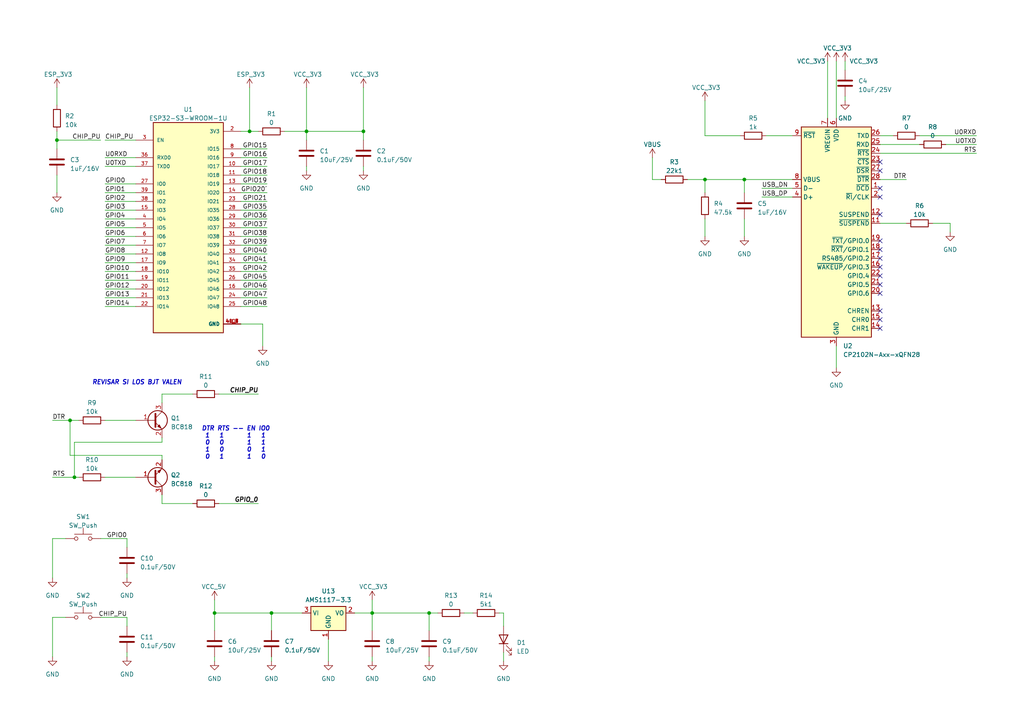
<source format=kicad_sch>
(kicad_sch (version 20230121) (generator eeschema)

  (uuid 4578e9ee-07cb-4b7f-b2f5-9896ca44bea7)

  (paper "A4")

  (lib_symbols
    (symbol "Device:C" (pin_numbers hide) (pin_names (offset 0.254)) (in_bom yes) (on_board yes)
      (property "Reference" "C" (at 0.635 2.54 0)
        (effects (font (size 1.27 1.27)) (justify left))
      )
      (property "Value" "C" (at 0.635 -2.54 0)
        (effects (font (size 1.27 1.27)) (justify left))
      )
      (property "Footprint" "" (at 0.9652 -3.81 0)
        (effects (font (size 1.27 1.27)) hide)
      )
      (property "Datasheet" "~" (at 0 0 0)
        (effects (font (size 1.27 1.27)) hide)
      )
      (property "ki_keywords" "cap capacitor" (at 0 0 0)
        (effects (font (size 1.27 1.27)) hide)
      )
      (property "ki_description" "Unpolarized capacitor" (at 0 0 0)
        (effects (font (size 1.27 1.27)) hide)
      )
      (property "ki_fp_filters" "C_*" (at 0 0 0)
        (effects (font (size 1.27 1.27)) hide)
      )
      (symbol "C_0_1"
        (polyline
          (pts
            (xy -2.032 -0.762)
            (xy 2.032 -0.762)
          )
          (stroke (width 0.508) (type default))
          (fill (type none))
        )
        (polyline
          (pts
            (xy -2.032 0.762)
            (xy 2.032 0.762)
          )
          (stroke (width 0.508) (type default))
          (fill (type none))
        )
      )
      (symbol "C_1_1"
        (pin passive line (at 0 3.81 270) (length 2.794)
          (name "~" (effects (font (size 1.27 1.27))))
          (number "1" (effects (font (size 1.27 1.27))))
        )
        (pin passive line (at 0 -3.81 90) (length 2.794)
          (name "~" (effects (font (size 1.27 1.27))))
          (number "2" (effects (font (size 1.27 1.27))))
        )
      )
    )
    (symbol "Device:LED" (pin_numbers hide) (pin_names (offset 1.016) hide) (in_bom yes) (on_board yes)
      (property "Reference" "D" (at 0 2.54 0)
        (effects (font (size 1.27 1.27)))
      )
      (property "Value" "LED" (at 0 -2.54 0)
        (effects (font (size 1.27 1.27)))
      )
      (property "Footprint" "" (at 0 0 0)
        (effects (font (size 1.27 1.27)) hide)
      )
      (property "Datasheet" "~" (at 0 0 0)
        (effects (font (size 1.27 1.27)) hide)
      )
      (property "ki_keywords" "LED diode" (at 0 0 0)
        (effects (font (size 1.27 1.27)) hide)
      )
      (property "ki_description" "Light emitting diode" (at 0 0 0)
        (effects (font (size 1.27 1.27)) hide)
      )
      (property "ki_fp_filters" "LED* LED_SMD:* LED_THT:*" (at 0 0 0)
        (effects (font (size 1.27 1.27)) hide)
      )
      (symbol "LED_0_1"
        (polyline
          (pts
            (xy -1.27 -1.27)
            (xy -1.27 1.27)
          )
          (stroke (width 0.254) (type default))
          (fill (type none))
        )
        (polyline
          (pts
            (xy -1.27 0)
            (xy 1.27 0)
          )
          (stroke (width 0) (type default))
          (fill (type none))
        )
        (polyline
          (pts
            (xy 1.27 -1.27)
            (xy 1.27 1.27)
            (xy -1.27 0)
            (xy 1.27 -1.27)
          )
          (stroke (width 0.254) (type default))
          (fill (type none))
        )
        (polyline
          (pts
            (xy -3.048 -0.762)
            (xy -4.572 -2.286)
            (xy -3.81 -2.286)
            (xy -4.572 -2.286)
            (xy -4.572 -1.524)
          )
          (stroke (width 0) (type default))
          (fill (type none))
        )
        (polyline
          (pts
            (xy -1.778 -0.762)
            (xy -3.302 -2.286)
            (xy -2.54 -2.286)
            (xy -3.302 -2.286)
            (xy -3.302 -1.524)
          )
          (stroke (width 0) (type default))
          (fill (type none))
        )
      )
      (symbol "LED_1_1"
        (pin passive line (at -3.81 0 0) (length 2.54)
          (name "K" (effects (font (size 1.27 1.27))))
          (number "1" (effects (font (size 1.27 1.27))))
        )
        (pin passive line (at 3.81 0 180) (length 2.54)
          (name "A" (effects (font (size 1.27 1.27))))
          (number "2" (effects (font (size 1.27 1.27))))
        )
      )
    )
    (symbol "Device:R" (pin_numbers hide) (pin_names (offset 0)) (in_bom yes) (on_board yes)
      (property "Reference" "R" (at 2.032 0 90)
        (effects (font (size 1.27 1.27)))
      )
      (property "Value" "R" (at 0 0 90)
        (effects (font (size 1.27 1.27)))
      )
      (property "Footprint" "" (at -1.778 0 90)
        (effects (font (size 1.27 1.27)) hide)
      )
      (property "Datasheet" "~" (at 0 0 0)
        (effects (font (size 1.27 1.27)) hide)
      )
      (property "ki_keywords" "R res resistor" (at 0 0 0)
        (effects (font (size 1.27 1.27)) hide)
      )
      (property "ki_description" "Resistor" (at 0 0 0)
        (effects (font (size 1.27 1.27)) hide)
      )
      (property "ki_fp_filters" "R_*" (at 0 0 0)
        (effects (font (size 1.27 1.27)) hide)
      )
      (symbol "R_0_1"
        (rectangle (start -1.016 -2.54) (end 1.016 2.54)
          (stroke (width 0.254) (type default))
          (fill (type none))
        )
      )
      (symbol "R_1_1"
        (pin passive line (at 0 3.81 270) (length 1.27)
          (name "~" (effects (font (size 1.27 1.27))))
          (number "1" (effects (font (size 1.27 1.27))))
        )
        (pin passive line (at 0 -3.81 90) (length 1.27)
          (name "~" (effects (font (size 1.27 1.27))))
          (number "2" (effects (font (size 1.27 1.27))))
        )
      )
    )
    (symbol "ESP32-S3-WROOM-1U:ESP32-S3-WROOM-1U" (pin_names (offset 1.016)) (in_bom yes) (on_board yes)
      (property "Reference" "U" (at -10.16 31.369 0)
        (effects (font (size 1.27 1.27)) (justify left bottom))
      )
      (property "Value" "ESP32-S3-WROOM-1U" (at -10.16 -33.02 0)
        (effects (font (size 1.27 1.27)) (justify left bottom))
      )
      (property "Footprint" "XCVR_ESP32-S3-WROOM-1U" (at 0 0 0)
        (effects (font (size 1.27 1.27)) (justify bottom) hide)
      )
      (property "Datasheet" "" (at 0 0 0)
        (effects (font (size 1.27 1.27)) hide)
      )
      (property "PARTREV" "v0.6" (at 0 0 0)
        (effects (font (size 1.27 1.27)) (justify bottom) hide)
      )
      (property "STANDARD" "Manufacturer Recommendations" (at 0 0 0)
        (effects (font (size 1.27 1.27)) (justify bottom) hide)
      )
      (property "MAXIMUM_PACKAGE_HEIGHT" "3.35mm" (at 0 0 0)
        (effects (font (size 1.27 1.27)) (justify bottom) hide)
      )
      (property "MANUFACTURER" "Espressif" (at 0 0 0)
        (effects (font (size 1.27 1.27)) (justify bottom) hide)
      )
      (symbol "ESP32-S3-WROOM-1U_0_0"
        (rectangle (start -10.16 -30.48) (end 10.16 30.48)
          (stroke (width 0.254) (type default))
          (fill (type background))
        )
        (pin power_in line (at 15.24 -27.94 180) (length 5.08)
          (name "GND" (effects (font (size 1.016 1.016))))
          (number "1" (effects (font (size 1.016 1.016))))
        )
        (pin bidirectional line (at 15.24 17.78 180) (length 5.08)
          (name "IO17" (effects (font (size 1.016 1.016))))
          (number "10" (effects (font (size 1.016 1.016))))
        )
        (pin bidirectional line (at 15.24 15.24 180) (length 5.08)
          (name "IO18" (effects (font (size 1.016 1.016))))
          (number "11" (effects (font (size 1.016 1.016))))
        )
        (pin bidirectional line (at -15.24 -7.62 0) (length 5.08)
          (name "IO8" (effects (font (size 1.016 1.016))))
          (number "12" (effects (font (size 1.016 1.016))))
        )
        (pin bidirectional line (at 15.24 12.7 180) (length 5.08)
          (name "IO19" (effects (font (size 1.016 1.016))))
          (number "13" (effects (font (size 1.016 1.016))))
        )
        (pin bidirectional line (at 15.24 10.16 180) (length 5.08)
          (name "IO20" (effects (font (size 1.016 1.016))))
          (number "14" (effects (font (size 1.016 1.016))))
        )
        (pin bidirectional line (at -15.24 5.08 0) (length 5.08)
          (name "IO3" (effects (font (size 1.016 1.016))))
          (number "15" (effects (font (size 1.016 1.016))))
        )
        (pin bidirectional line (at 15.24 -17.78 180) (length 5.08)
          (name "IO46" (effects (font (size 1.016 1.016))))
          (number "16" (effects (font (size 1.016 1.016))))
        )
        (pin bidirectional line (at -15.24 -10.16 0) (length 5.08)
          (name "IO9" (effects (font (size 1.016 1.016))))
          (number "17" (effects (font (size 1.016 1.016))))
        )
        (pin bidirectional line (at -15.24 -12.7 0) (length 5.08)
          (name "IO10" (effects (font (size 1.016 1.016))))
          (number "18" (effects (font (size 1.016 1.016))))
        )
        (pin bidirectional line (at -15.24 -15.24 0) (length 5.08)
          (name "IO11" (effects (font (size 1.016 1.016))))
          (number "19" (effects (font (size 1.016 1.016))))
        )
        (pin power_in line (at 15.24 27.94 180) (length 5.08)
          (name "3V3" (effects (font (size 1.016 1.016))))
          (number "2" (effects (font (size 1.016 1.016))))
        )
        (pin bidirectional line (at -15.24 -17.78 0) (length 5.08)
          (name "IO12" (effects (font (size 1.016 1.016))))
          (number "20" (effects (font (size 1.016 1.016))))
        )
        (pin bidirectional line (at -15.24 -20.32 0) (length 5.08)
          (name "IO13" (effects (font (size 1.016 1.016))))
          (number "21" (effects (font (size 1.016 1.016))))
        )
        (pin bidirectional line (at -15.24 -22.86 0) (length 5.08)
          (name "IO14" (effects (font (size 1.016 1.016))))
          (number "22" (effects (font (size 1.016 1.016))))
        )
        (pin bidirectional line (at 15.24 7.62 180) (length 5.08)
          (name "IO21" (effects (font (size 1.016 1.016))))
          (number "23" (effects (font (size 1.016 1.016))))
        )
        (pin bidirectional line (at 15.24 -20.32 180) (length 5.08)
          (name "IO47" (effects (font (size 1.016 1.016))))
          (number "24" (effects (font (size 1.016 1.016))))
        )
        (pin bidirectional line (at 15.24 -22.86 180) (length 5.08)
          (name "IO48" (effects (font (size 1.016 1.016))))
          (number "25" (effects (font (size 1.016 1.016))))
        )
        (pin bidirectional line (at 15.24 -15.24 180) (length 5.08)
          (name "IO45" (effects (font (size 1.016 1.016))))
          (number "26" (effects (font (size 1.016 1.016))))
        )
        (pin bidirectional line (at -15.24 12.7 0) (length 5.08)
          (name "IO0" (effects (font (size 1.016 1.016))))
          (number "27" (effects (font (size 1.016 1.016))))
        )
        (pin bidirectional line (at 15.24 5.08 180) (length 5.08)
          (name "IO35" (effects (font (size 1.016 1.016))))
          (number "28" (effects (font (size 1.016 1.016))))
        )
        (pin bidirectional line (at 15.24 2.54 180) (length 5.08)
          (name "IO36" (effects (font (size 1.016 1.016))))
          (number "29" (effects (font (size 1.016 1.016))))
        )
        (pin input line (at -15.24 25.4 0) (length 5.08)
          (name "EN" (effects (font (size 1.016 1.016))))
          (number "3" (effects (font (size 1.016 1.016))))
        )
        (pin bidirectional line (at 15.24 0 180) (length 5.08)
          (name "IO37" (effects (font (size 1.016 1.016))))
          (number "30" (effects (font (size 1.016 1.016))))
        )
        (pin bidirectional line (at 15.24 -2.54 180) (length 5.08)
          (name "IO38" (effects (font (size 1.016 1.016))))
          (number "31" (effects (font (size 1.016 1.016))))
        )
        (pin bidirectional line (at 15.24 -5.08 180) (length 5.08)
          (name "IO39" (effects (font (size 1.016 1.016))))
          (number "32" (effects (font (size 1.016 1.016))))
        )
        (pin bidirectional line (at 15.24 -7.62 180) (length 5.08)
          (name "IO40" (effects (font (size 1.016 1.016))))
          (number "33" (effects (font (size 1.016 1.016))))
        )
        (pin bidirectional line (at 15.24 -10.16 180) (length 5.08)
          (name "IO41" (effects (font (size 1.016 1.016))))
          (number "34" (effects (font (size 1.016 1.016))))
        )
        (pin bidirectional line (at 15.24 -12.7 180) (length 5.08)
          (name "IO42" (effects (font (size 1.016 1.016))))
          (number "35" (effects (font (size 1.016 1.016))))
        )
        (pin bidirectional line (at -15.24 20.32 0) (length 5.08)
          (name "RXD0" (effects (font (size 1.016 1.016))))
          (number "36" (effects (font (size 1.016 1.016))))
        )
        (pin bidirectional line (at -15.24 17.78 0) (length 5.08)
          (name "TXD0" (effects (font (size 1.016 1.016))))
          (number "37" (effects (font (size 1.016 1.016))))
        )
        (pin bidirectional line (at -15.24 7.62 0) (length 5.08)
          (name "IO2" (effects (font (size 1.016 1.016))))
          (number "38" (effects (font (size 1.016 1.016))))
        )
        (pin bidirectional line (at -15.24 10.16 0) (length 5.08)
          (name "IO1" (effects (font (size 1.016 1.016))))
          (number "39" (effects (font (size 1.016 1.016))))
        )
        (pin bidirectional line (at -15.24 2.54 0) (length 5.08)
          (name "IO4" (effects (font (size 1.016 1.016))))
          (number "4" (effects (font (size 1.016 1.016))))
        )
        (pin power_in line (at 15.24 -27.94 180) (length 5.08)
          (name "GND" (effects (font (size 1.016 1.016))))
          (number "40" (effects (font (size 1.016 1.016))))
        )
        (pin power_in line (at 15.24 -27.94 180) (length 5.08)
          (name "GND" (effects (font (size 1.016 1.016))))
          (number "41_1" (effects (font (size 1.016 1.016))))
        )
        (pin power_in line (at 15.24 -27.94 180) (length 5.08)
          (name "GND" (effects (font (size 1.016 1.016))))
          (number "41_2" (effects (font (size 1.016 1.016))))
        )
        (pin power_in line (at 15.24 -27.94 180) (length 5.08)
          (name "GND" (effects (font (size 1.016 1.016))))
          (number "41_3" (effects (font (size 1.016 1.016))))
        )
        (pin power_in line (at 15.24 -27.94 180) (length 5.08)
          (name "GND" (effects (font (size 1.016 1.016))))
          (number "41_4" (effects (font (size 1.016 1.016))))
        )
        (pin power_in line (at 15.24 -27.94 180) (length 5.08)
          (name "GND" (effects (font (size 1.016 1.016))))
          (number "41_5" (effects (font (size 1.016 1.016))))
        )
        (pin power_in line (at 15.24 -27.94 180) (length 5.08)
          (name "GND" (effects (font (size 1.016 1.016))))
          (number "41_6" (effects (font (size 1.016 1.016))))
        )
        (pin power_in line (at 15.24 -27.94 180) (length 5.08)
          (name "GND" (effects (font (size 1.016 1.016))))
          (number "41_7" (effects (font (size 1.016 1.016))))
        )
        (pin power_in line (at 15.24 -27.94 180) (length 5.08)
          (name "GND" (effects (font (size 1.016 1.016))))
          (number "41_8" (effects (font (size 1.016 1.016))))
        )
        (pin power_in line (at 15.24 -27.94 180) (length 5.08)
          (name "GND" (effects (font (size 1.016 1.016))))
          (number "41_9" (effects (font (size 1.016 1.016))))
        )
        (pin bidirectional line (at -15.24 0 0) (length 5.08)
          (name "IO5" (effects (font (size 1.016 1.016))))
          (number "5" (effects (font (size 1.016 1.016))))
        )
        (pin bidirectional line (at -15.24 -2.54 0) (length 5.08)
          (name "IO6" (effects (font (size 1.016 1.016))))
          (number "6" (effects (font (size 1.016 1.016))))
        )
        (pin bidirectional line (at -15.24 -5.08 0) (length 5.08)
          (name "IO7" (effects (font (size 1.016 1.016))))
          (number "7" (effects (font (size 1.016 1.016))))
        )
        (pin bidirectional line (at 15.24 22.86 180) (length 5.08)
          (name "IO15" (effects (font (size 1.016 1.016))))
          (number "8" (effects (font (size 1.016 1.016))))
        )
        (pin bidirectional line (at 15.24 20.32 180) (length 5.08)
          (name "IO16" (effects (font (size 1.016 1.016))))
          (number "9" (effects (font (size 1.016 1.016))))
        )
      )
    )
    (symbol "ESP_3V3_1" (in_bom yes) (on_board yes)
      (property "Reference" "U" (at 2.54 0 0)
        (effects (font (size 1.27 1.27)) hide)
      )
      (property "Value" "ESP_3V3" (at 0 3.81 0)
        (effects (font (size 1.27 1.27)))
      )
      (property "Footprint" "" (at 0 0 0)
        (effects (font (size 1.27 1.27)) hide)
      )
      (property "Datasheet" "" (at 0 0 0)
        (effects (font (size 1.27 1.27)) hide)
      )
      (symbol "ESP_3V3_1_0_1"
        (polyline
          (pts
            (xy -0.762 1.27)
            (xy 0 2.54)
          )
          (stroke (width 0) (type default))
          (fill (type none))
        )
        (polyline
          (pts
            (xy 0 0)
            (xy 0 2.54)
          )
          (stroke (width 0) (type default))
          (fill (type none))
        )
        (polyline
          (pts
            (xy 0 2.54)
            (xy 0.762 1.27)
          )
          (stroke (width 0) (type default))
          (fill (type none))
        )
      )
      (symbol "ESP_3V3_1_1_1"
        (pin power_in line (at 0 0 90) (length 0) hide
          (name "ESP_3V3" (effects (font (size 1.27 1.27))))
          (number "1" (effects (font (size 1.27 1.27))))
        )
      )
    )
    (symbol "Interface_USB:CP2102N-Axx-xQFN28" (in_bom yes) (on_board yes)
      (property "Reference" "U" (at -8.89 31.75 0)
        (effects (font (size 1.27 1.27)))
      )
      (property "Value" "CP2102N-Axx-xQFN28" (at 12.7 31.75 0)
        (effects (font (size 1.27 1.27)))
      )
      (property "Footprint" "Package_DFN_QFN:QFN-28-1EP_5x5mm_P0.5mm_EP3.35x3.35mm" (at 33.02 -31.75 0)
        (effects (font (size 1.27 1.27)) hide)
      )
      (property "Datasheet" "https://www.silabs.com/documents/public/data-sheets/cp2102n-datasheet.pdf" (at 1.27 -19.05 0)
        (effects (font (size 1.27 1.27)) hide)
      )
      (property "ki_keywords" "USB UART bridge" (at 0 0 0)
        (effects (font (size 1.27 1.27)) hide)
      )
      (property "ki_description" "USB to UART master bridge, QFN-28" (at 0 0 0)
        (effects (font (size 1.27 1.27)) hide)
      )
      (property "ki_fp_filters" "QFN*1EP*5x5mm*P0.5mm*" (at 0 0 0)
        (effects (font (size 1.27 1.27)) hide)
      )
      (symbol "CP2102N-Axx-xQFN28_0_1"
        (rectangle (start -10.16 30.48) (end 10.16 -30.48)
          (stroke (width 0.254) (type default))
          (fill (type background))
        )
      )
      (symbol "CP2102N-Axx-xQFN28_1_1"
        (pin input line (at 12.7 12.7 180) (length 2.54)
          (name "~{DCD}" (effects (font (size 1.27 1.27))))
          (number "1" (effects (font (size 1.27 1.27))))
        )
        (pin no_connect line (at -10.16 -27.94 0) (length 2.54) hide
          (name "NC" (effects (font (size 1.27 1.27))))
          (number "10" (effects (font (size 1.27 1.27))))
        )
        (pin output line (at 12.7 2.54 180) (length 2.54)
          (name "~{SUSPEND}" (effects (font (size 1.27 1.27))))
          (number "11" (effects (font (size 1.27 1.27))))
        )
        (pin output line (at 12.7 5.08 180) (length 2.54)
          (name "SUSPEND" (effects (font (size 1.27 1.27))))
          (number "12" (effects (font (size 1.27 1.27))))
        )
        (pin output line (at 12.7 -22.86 180) (length 2.54)
          (name "CHREN" (effects (font (size 1.27 1.27))))
          (number "13" (effects (font (size 1.27 1.27))))
        )
        (pin output line (at 12.7 -27.94 180) (length 2.54)
          (name "CHR1" (effects (font (size 1.27 1.27))))
          (number "14" (effects (font (size 1.27 1.27))))
        )
        (pin output line (at 12.7 -25.4 180) (length 2.54)
          (name "CHR0" (effects (font (size 1.27 1.27))))
          (number "15" (effects (font (size 1.27 1.27))))
        )
        (pin bidirectional line (at 12.7 -10.16 180) (length 2.54)
          (name "~{WAKEUP}/GPIO.3" (effects (font (size 1.27 1.27))))
          (number "16" (effects (font (size 1.27 1.27))))
        )
        (pin bidirectional line (at 12.7 -7.62 180) (length 2.54)
          (name "RS485/GPIO.2" (effects (font (size 1.27 1.27))))
          (number "17" (effects (font (size 1.27 1.27))))
        )
        (pin bidirectional line (at 12.7 -5.08 180) (length 2.54)
          (name "~{RXT}/GPIO.1" (effects (font (size 1.27 1.27))))
          (number "18" (effects (font (size 1.27 1.27))))
        )
        (pin bidirectional line (at 12.7 -2.54 180) (length 2.54)
          (name "~{TXT}/GPIO.0" (effects (font (size 1.27 1.27))))
          (number "19" (effects (font (size 1.27 1.27))))
        )
        (pin bidirectional line (at 12.7 10.16 180) (length 2.54)
          (name "~{RI}/CLK" (effects (font (size 1.27 1.27))))
          (number "2" (effects (font (size 1.27 1.27))))
        )
        (pin bidirectional line (at 12.7 -17.78 180) (length 2.54)
          (name "GPIO.6" (effects (font (size 1.27 1.27))))
          (number "20" (effects (font (size 1.27 1.27))))
        )
        (pin bidirectional line (at 12.7 -15.24 180) (length 2.54)
          (name "GPIO.5" (effects (font (size 1.27 1.27))))
          (number "21" (effects (font (size 1.27 1.27))))
        )
        (pin bidirectional line (at 12.7 -12.7 180) (length 2.54)
          (name "GPIO.4" (effects (font (size 1.27 1.27))))
          (number "22" (effects (font (size 1.27 1.27))))
        )
        (pin input line (at 12.7 20.32 180) (length 2.54)
          (name "~{CTS}" (effects (font (size 1.27 1.27))))
          (number "23" (effects (font (size 1.27 1.27))))
        )
        (pin output line (at 12.7 22.86 180) (length 2.54)
          (name "~{RTS}" (effects (font (size 1.27 1.27))))
          (number "24" (effects (font (size 1.27 1.27))))
        )
        (pin input line (at 12.7 25.4 180) (length 2.54)
          (name "RXD" (effects (font (size 1.27 1.27))))
          (number "25" (effects (font (size 1.27 1.27))))
        )
        (pin output line (at 12.7 27.94 180) (length 2.54)
          (name "TXD" (effects (font (size 1.27 1.27))))
          (number "26" (effects (font (size 1.27 1.27))))
        )
        (pin input line (at 12.7 17.78 180) (length 2.54)
          (name "~{DSR}" (effects (font (size 1.27 1.27))))
          (number "27" (effects (font (size 1.27 1.27))))
        )
        (pin output line (at 12.7 15.24 180) (length 2.54)
          (name "~{DTR}" (effects (font (size 1.27 1.27))))
          (number "28" (effects (font (size 1.27 1.27))))
        )
        (pin passive line (at 0 -33.02 90) (length 2.54) hide
          (name "GND" (effects (font (size 1.27 1.27))))
          (number "29" (effects (font (size 1.27 1.27))))
        )
        (pin power_in line (at 0 -33.02 90) (length 2.54)
          (name "GND" (effects (font (size 1.27 1.27))))
          (number "3" (effects (font (size 1.27 1.27))))
        )
        (pin bidirectional line (at -12.7 10.16 0) (length 2.54)
          (name "D+" (effects (font (size 1.27 1.27))))
          (number "4" (effects (font (size 1.27 1.27))))
        )
        (pin bidirectional line (at -12.7 12.7 0) (length 2.54)
          (name "D-" (effects (font (size 1.27 1.27))))
          (number "5" (effects (font (size 1.27 1.27))))
        )
        (pin power_in line (at 0 33.02 270) (length 2.54)
          (name "VDD" (effects (font (size 1.27 1.27))))
          (number "6" (effects (font (size 1.27 1.27))))
        )
        (pin power_in line (at -2.54 33.02 270) (length 2.54)
          (name "VREGIN" (effects (font (size 1.27 1.27))))
          (number "7" (effects (font (size 1.27 1.27))))
        )
        (pin input line (at -12.7 15.24 0) (length 2.54)
          (name "VBUS" (effects (font (size 1.27 1.27))))
          (number "8" (effects (font (size 1.27 1.27))))
        )
        (pin input line (at -12.7 27.94 0) (length 2.54)
          (name "~{RST}" (effects (font (size 1.27 1.27))))
          (number "9" (effects (font (size 1.27 1.27))))
        )
      )
    )
    (symbol "Regulator_Linear:AMS1117-3.3" (in_bom yes) (on_board yes)
      (property "Reference" "U" (at -3.81 3.175 0)
        (effects (font (size 1.27 1.27)))
      )
      (property "Value" "AMS1117-3.3" (at 0 3.175 0)
        (effects (font (size 1.27 1.27)) (justify left))
      )
      (property "Footprint" "Package_TO_SOT_SMD:SOT-223-3_TabPin2" (at 0 5.08 0)
        (effects (font (size 1.27 1.27)) hide)
      )
      (property "Datasheet" "http://www.advanced-monolithic.com/pdf/ds1117.pdf" (at 2.54 -6.35 0)
        (effects (font (size 1.27 1.27)) hide)
      )
      (property "ki_keywords" "linear regulator ldo fixed positive" (at 0 0 0)
        (effects (font (size 1.27 1.27)) hide)
      )
      (property "ki_description" "1A Low Dropout regulator, positive, 3.3V fixed output, SOT-223" (at 0 0 0)
        (effects (font (size 1.27 1.27)) hide)
      )
      (property "ki_fp_filters" "SOT?223*TabPin2*" (at 0 0 0)
        (effects (font (size 1.27 1.27)) hide)
      )
      (symbol "AMS1117-3.3_0_1"
        (rectangle (start -5.08 -5.08) (end 5.08 1.905)
          (stroke (width 0.254) (type default))
          (fill (type background))
        )
      )
      (symbol "AMS1117-3.3_1_1"
        (pin power_in line (at 0 -7.62 90) (length 2.54)
          (name "GND" (effects (font (size 1.27 1.27))))
          (number "1" (effects (font (size 1.27 1.27))))
        )
        (pin power_out line (at 7.62 0 180) (length 2.54)
          (name "VO" (effects (font (size 1.27 1.27))))
          (number "2" (effects (font (size 1.27 1.27))))
        )
        (pin power_in line (at -7.62 0 0) (length 2.54)
          (name "VI" (effects (font (size 1.27 1.27))))
          (number "3" (effects (font (size 1.27 1.27))))
        )
      )
    )
    (symbol "Switch:SW_Push" (pin_numbers hide) (pin_names (offset 1.016) hide) (in_bom yes) (on_board yes)
      (property "Reference" "SW" (at 1.27 2.54 0)
        (effects (font (size 1.27 1.27)) (justify left))
      )
      (property "Value" "SW_Push" (at 0 -1.524 0)
        (effects (font (size 1.27 1.27)))
      )
      (property "Footprint" "" (at 0 5.08 0)
        (effects (font (size 1.27 1.27)) hide)
      )
      (property "Datasheet" "~" (at 0 5.08 0)
        (effects (font (size 1.27 1.27)) hide)
      )
      (property "ki_keywords" "switch normally-open pushbutton push-button" (at 0 0 0)
        (effects (font (size 1.27 1.27)) hide)
      )
      (property "ki_description" "Push button switch, generic, two pins" (at 0 0 0)
        (effects (font (size 1.27 1.27)) hide)
      )
      (symbol "SW_Push_0_1"
        (circle (center -2.032 0) (radius 0.508)
          (stroke (width 0) (type default))
          (fill (type none))
        )
        (polyline
          (pts
            (xy 0 1.27)
            (xy 0 3.048)
          )
          (stroke (width 0) (type default))
          (fill (type none))
        )
        (polyline
          (pts
            (xy 2.54 1.27)
            (xy -2.54 1.27)
          )
          (stroke (width 0) (type default))
          (fill (type none))
        )
        (circle (center 2.032 0) (radius 0.508)
          (stroke (width 0) (type default))
          (fill (type none))
        )
        (pin passive line (at -5.08 0 0) (length 2.54)
          (name "1" (effects (font (size 1.27 1.27))))
          (number "1" (effects (font (size 1.27 1.27))))
        )
        (pin passive line (at 5.08 0 180) (length 2.54)
          (name "2" (effects (font (size 1.27 1.27))))
          (number "2" (effects (font (size 1.27 1.27))))
        )
      )
    )
    (symbol "Transistor_BJT:BC818" (pin_names (offset 0) hide) (in_bom yes) (on_board yes)
      (property "Reference" "Q" (at 5.08 1.905 0)
        (effects (font (size 1.27 1.27)) (justify left))
      )
      (property "Value" "BC818" (at 5.08 0 0)
        (effects (font (size 1.27 1.27)) (justify left))
      )
      (property "Footprint" "Package_TO_SOT_SMD:SOT-23" (at 5.08 -1.905 0)
        (effects (font (size 1.27 1.27) italic) (justify left) hide)
      )
      (property "Datasheet" "https://www.onsemi.com/pub/Collateral/BC818-D.pdf" (at 0 0 0)
        (effects (font (size 1.27 1.27)) (justify left) hide)
      )
      (property "ki_keywords" "NPN Transistor" (at 0 0 0)
        (effects (font (size 1.27 1.27)) hide)
      )
      (property "ki_description" "0.8A Ic, 25V Vce, NPN Transistor, SOT-23" (at 0 0 0)
        (effects (font (size 1.27 1.27)) hide)
      )
      (property "ki_fp_filters" "SOT?23*" (at 0 0 0)
        (effects (font (size 1.27 1.27)) hide)
      )
      (symbol "BC818_0_1"
        (polyline
          (pts
            (xy 0.635 0.635)
            (xy 2.54 2.54)
          )
          (stroke (width 0) (type default))
          (fill (type none))
        )
        (polyline
          (pts
            (xy 0.635 -0.635)
            (xy 2.54 -2.54)
            (xy 2.54 -2.54)
          )
          (stroke (width 0) (type default))
          (fill (type none))
        )
        (polyline
          (pts
            (xy 0.635 1.905)
            (xy 0.635 -1.905)
            (xy 0.635 -1.905)
          )
          (stroke (width 0.508) (type default))
          (fill (type none))
        )
        (polyline
          (pts
            (xy 1.27 -1.778)
            (xy 1.778 -1.27)
            (xy 2.286 -2.286)
            (xy 1.27 -1.778)
            (xy 1.27 -1.778)
          )
          (stroke (width 0) (type default))
          (fill (type outline))
        )
        (circle (center 1.27 0) (radius 2.8194)
          (stroke (width 0.254) (type default))
          (fill (type none))
        )
      )
      (symbol "BC818_1_1"
        (pin input line (at -5.08 0 0) (length 5.715)
          (name "B" (effects (font (size 1.27 1.27))))
          (number "1" (effects (font (size 1.27 1.27))))
        )
        (pin passive line (at 2.54 -5.08 90) (length 2.54)
          (name "E" (effects (font (size 1.27 1.27))))
          (number "2" (effects (font (size 1.27 1.27))))
        )
        (pin passive line (at 2.54 5.08 270) (length 2.54)
          (name "C" (effects (font (size 1.27 1.27))))
          (number "3" (effects (font (size 1.27 1.27))))
        )
      )
    )
    (symbol "power:GND" (power) (pin_names (offset 0)) (in_bom yes) (on_board yes)
      (property "Reference" "#PWR" (at 0 -6.35 0)
        (effects (font (size 1.27 1.27)) hide)
      )
      (property "Value" "GND" (at 0 -3.81 0)
        (effects (font (size 1.27 1.27)))
      )
      (property "Footprint" "" (at 0 0 0)
        (effects (font (size 1.27 1.27)) hide)
      )
      (property "Datasheet" "" (at 0 0 0)
        (effects (font (size 1.27 1.27)) hide)
      )
      (property "ki_keywords" "global power" (at 0 0 0)
        (effects (font (size 1.27 1.27)) hide)
      )
      (property "ki_description" "Power symbol creates a global label with name \"GND\" , ground" (at 0 0 0)
        (effects (font (size 1.27 1.27)) hide)
      )
      (symbol "GND_0_1"
        (polyline
          (pts
            (xy 0 0)
            (xy 0 -1.27)
            (xy 1.27 -1.27)
            (xy 0 -2.54)
            (xy -1.27 -1.27)
            (xy 0 -1.27)
          )
          (stroke (width 0) (type default))
          (fill (type none))
        )
      )
      (symbol "GND_1_1"
        (pin power_in line (at 0 0 270) (length 0) hide
          (name "GND" (effects (font (size 1.27 1.27))))
          (number "1" (effects (font (size 1.27 1.27))))
        )
      )
    )
    (symbol "power:VBUS" (power) (pin_names (offset 0)) (in_bom yes) (on_board yes)
      (property "Reference" "#PWR" (at 0 -3.81 0)
        (effects (font (size 1.27 1.27)) hide)
      )
      (property "Value" "VBUS" (at 0 3.81 0)
        (effects (font (size 1.27 1.27)))
      )
      (property "Footprint" "" (at 0 0 0)
        (effects (font (size 1.27 1.27)) hide)
      )
      (property "Datasheet" "" (at 0 0 0)
        (effects (font (size 1.27 1.27)) hide)
      )
      (property "ki_keywords" "global power" (at 0 0 0)
        (effects (font (size 1.27 1.27)) hide)
      )
      (property "ki_description" "Power symbol creates a global label with name \"VBUS\"" (at 0 0 0)
        (effects (font (size 1.27 1.27)) hide)
      )
      (symbol "VBUS_0_1"
        (polyline
          (pts
            (xy -0.762 1.27)
            (xy 0 2.54)
          )
          (stroke (width 0) (type default))
          (fill (type none))
        )
        (polyline
          (pts
            (xy 0 0)
            (xy 0 2.54)
          )
          (stroke (width 0) (type default))
          (fill (type none))
        )
        (polyline
          (pts
            (xy 0 2.54)
            (xy 0.762 1.27)
          )
          (stroke (width 0) (type default))
          (fill (type none))
        )
      )
      (symbol "VBUS_1_1"
        (pin power_in line (at 0 0 90) (length 0) hide
          (name "VBUS" (effects (font (size 1.27 1.27))))
          (number "1" (effects (font (size 1.27 1.27))))
        )
      )
    )
    (symbol "power_flags_custom:VCC_3V3" (in_bom yes) (on_board yes)
      (property "Reference" "U" (at 0 -1.27 0)
        (effects (font (size 1.27 1.27)) hide)
      )
      (property "Value" "VCC_3V3" (at 0 3.81 0)
        (effects (font (size 1.27 1.27)))
      )
      (property "Footprint" "" (at 0 0 0)
        (effects (font (size 1.27 1.27)) hide)
      )
      (property "Datasheet" "" (at 0 0 0)
        (effects (font (size 1.27 1.27)) hide)
      )
      (symbol "VCC_3V3_0_1"
        (polyline
          (pts
            (xy -0.762 1.27)
            (xy 0 2.54)
          )
          (stroke (width 0) (type default))
          (fill (type none))
        )
        (polyline
          (pts
            (xy 0 0)
            (xy 0 2.54)
          )
          (stroke (width 0) (type default))
          (fill (type none))
        )
        (polyline
          (pts
            (xy 0 2.54)
            (xy 0.762 1.27)
          )
          (stroke (width 0) (type default))
          (fill (type none))
        )
      )
      (symbol "VCC_3V3_1_1"
        (pin power_in line (at 0 0 90) (length 0) hide
          (name "VCC_3V3" (effects (font (size 1.27 1.27))))
          (number "1" (effects (font (size 1.27 1.27))))
        )
      )
    )
    (symbol "power_flags_custom:VCC_5V" (power) (in_bom no) (on_board no)
      (property "Reference" "U" (at 0 0 0)
        (effects (font (size 1.27 1.27)) hide)
      )
      (property "Value" "VCC_5V" (at 0 3.81 0)
        (effects (font (size 1.27 1.27)))
      )
      (property "Footprint" "" (at 0 0 0)
        (effects (font (size 1.27 1.27)) hide)
      )
      (property "Datasheet" "" (at 0 0 0)
        (effects (font (size 1.27 1.27)) hide)
      )
      (symbol "VCC_5V_0_1"
        (polyline
          (pts
            (xy -0.762 1.27)
            (xy 0 2.54)
          )
          (stroke (width 0) (type default))
          (fill (type none))
        )
        (polyline
          (pts
            (xy 0 0)
            (xy 0 2.54)
          )
          (stroke (width 0) (type default))
          (fill (type none))
        )
        (polyline
          (pts
            (xy 0 2.54)
            (xy 0.762 1.27)
          )
          (stroke (width 0) (type default))
          (fill (type none))
        )
      )
      (symbol "VCC_5V_1_1"
        (pin power_in line (at 0 0 90) (length 0) hide
          (name "VCC_5V" (effects (font (size 1.27 1.27))))
          (number "1" (effects (font (size 1.27 1.27))))
        )
      )
    )
  )

  (junction (at 88.9 38.1) (diameter 0) (color 0 0 0 0)
    (uuid 027c827f-b659-4198-a76c-78604eab2173)
  )
  (junction (at 21.59 138.43) (diameter 0) (color 0 0 0 0)
    (uuid 172669a7-ba46-42de-ade3-89252488ca47)
  )
  (junction (at 62.23 177.8) (diameter 0) (color 0 0 0 0)
    (uuid 55a52484-82ca-47fa-9b00-afeea135b336)
  )
  (junction (at 78.74 177.8) (diameter 0) (color 0 0 0 0)
    (uuid 69fc8dc5-6471-4ff6-82d0-fc469f18da75)
  )
  (junction (at 105.41 38.1) (diameter 0) (color 0 0 0 0)
    (uuid 76debb15-09fb-42e0-b996-e08192d8fb6e)
  )
  (junction (at 204.47 52.07) (diameter 0) (color 0 0 0 0)
    (uuid 893e6814-6cb8-416b-be5d-0cc7f8e3f2a5)
  )
  (junction (at 72.39 38.1) (diameter 0) (color 0 0 0 0)
    (uuid 93efdf33-f313-488f-a124-3ef11ee5efac)
  )
  (junction (at 215.9 52.07) (diameter 0) (color 0 0 0 0)
    (uuid 93fc6dd8-c67d-4dcb-b415-169b5dc1cace)
  )
  (junction (at 16.51 40.64) (diameter 0) (color 0 0 0 0)
    (uuid ae52f43b-17e0-4786-ac2f-6b54a95b26fa)
  )
  (junction (at 107.95 177.8) (diameter 0) (color 0 0 0 0)
    (uuid bc08aa17-3be0-45f4-9148-3e684ab617fb)
  )
  (junction (at 20.32 121.92) (diameter 0) (color 0 0 0 0)
    (uuid d26b0339-4580-40cd-a823-682c96b674c2)
  )
  (junction (at 124.46 177.8) (diameter 0) (color 0 0 0 0)
    (uuid f4252d26-7e24-4dc1-aa72-2dcd9eba580c)
  )

  (no_connect (at 255.27 77.47) (uuid 04a2f30b-3aef-4846-b660-dc56b841922c))
  (no_connect (at 255.27 57.15) (uuid 11a89229-d020-4404-95fd-5bc0bb9361fb))
  (no_connect (at 255.27 46.99) (uuid 28dcff0a-de50-4e89-beba-67b0e9e74493))
  (no_connect (at 255.27 49.53) (uuid 39289b04-3d32-4cb8-8906-ae7f81384c90))
  (no_connect (at 255.27 95.25) (uuid 44dce46c-8170-4970-9bd1-57f23361e543))
  (no_connect (at 255.27 80.01) (uuid 55bad3dc-0101-4d9c-8f59-fed94a94451b))
  (no_connect (at 255.27 74.93) (uuid b4d4072e-99b6-4fda-a54a-13540d5b2fbf))
  (no_connect (at 255.27 62.23) (uuid b6a0b094-d5ce-44a8-93c1-41cd283ad647))
  (no_connect (at 255.27 82.55) (uuid bddd2465-c252-45d2-9e8b-ce093a4e4cf9))
  (no_connect (at 255.27 72.39) (uuid c28ab7b0-a682-4fbf-bc58-9f606e6ad23b))
  (no_connect (at 255.27 92.71) (uuid c8dc91dc-8144-4b61-b2f1-ce4c6734fc82))
  (no_connect (at 255.27 90.17) (uuid d0b2f75b-e8f0-49a0-ab9a-caed09075a55))
  (no_connect (at 255.27 69.85) (uuid e28046a5-f286-4761-9e3a-e93cccd2b941))
  (no_connect (at 255.27 85.09) (uuid e75f0cd6-159e-45e2-a596-326564dc170b))
  (no_connect (at 255.27 54.61) (uuid edbf8847-8cb0-4dcc-9ac4-d687269c52b8))

  (wire (pts (xy 88.9 40.64) (xy 88.9 38.1))
    (stroke (width 0) (type default))
    (uuid 02d40518-158f-4847-9bde-93e54ee36bd6)
  )
  (wire (pts (xy 30.48 86.36) (xy 39.37 86.36))
    (stroke (width 0) (type default))
    (uuid 03838608-7e08-4c56-a5b4-cfcf3cb557b9)
  )
  (wire (pts (xy 255.27 44.45) (xy 283.21 44.45))
    (stroke (width 0) (type default))
    (uuid 04a27d38-2b92-4ac3-937c-8a8f24e2d2d5)
  )
  (wire (pts (xy 245.11 27.94) (xy 245.11 29.21))
    (stroke (width 0) (type default))
    (uuid 064130c6-c6ff-4c78-a8a0-7dd0f30311ed)
  )
  (wire (pts (xy 255.27 64.77) (xy 262.89 64.77))
    (stroke (width 0) (type default))
    (uuid 094569af-f3e2-48bf-b611-2a0c130de3e8)
  )
  (wire (pts (xy 204.47 63.5) (xy 204.47 68.58))
    (stroke (width 0) (type default))
    (uuid 099a906f-0d06-4ec4-b438-f1596e78fcc4)
  )
  (wire (pts (xy 30.48 88.9) (xy 39.37 88.9))
    (stroke (width 0) (type default))
    (uuid 0ba7b9dc-295a-437b-ab1c-635a08e03bfe)
  )
  (wire (pts (xy 144.78 177.8) (xy 146.05 177.8))
    (stroke (width 0) (type default))
    (uuid 0f88b213-c5b7-4720-86bf-4e79fb2184f8)
  )
  (wire (pts (xy 69.85 71.12) (xy 77.47 71.12))
    (stroke (width 0) (type default))
    (uuid 0fd2acbf-feb1-4bf1-abd2-526e0b35fbfc)
  )
  (wire (pts (xy 69.85 45.72) (xy 77.47 45.72))
    (stroke (width 0) (type default))
    (uuid 0ff9ada5-5e66-4ca5-a0dc-e13108b94fe2)
  )
  (wire (pts (xy 69.85 93.98) (xy 76.2 93.98))
    (stroke (width 0) (type default))
    (uuid 13cd49c6-f080-44a5-86c2-bdbc4c86db8b)
  )
  (wire (pts (xy 62.23 173.99) (xy 62.23 177.8))
    (stroke (width 0) (type default))
    (uuid 141aebb1-4cf5-4a06-892d-9fca945d6cba)
  )
  (wire (pts (xy 69.85 73.66) (xy 77.47 73.66))
    (stroke (width 0) (type default))
    (uuid 14afa549-7b0b-4524-8f32-f16529e77645)
  )
  (wire (pts (xy 146.05 177.8) (xy 146.05 181.61))
    (stroke (width 0) (type default))
    (uuid 14f0ca2d-a0f4-4e14-be2b-c66c01568bf3)
  )
  (wire (pts (xy 16.51 40.64) (xy 16.51 43.18))
    (stroke (width 0) (type default))
    (uuid 151eb024-6a73-4aa1-9e96-062fb43a1fde)
  )
  (wire (pts (xy 245.11 17.78) (xy 245.11 20.32))
    (stroke (width 0) (type default))
    (uuid 1abaec4a-284f-40ec-8d95-684096a19336)
  )
  (wire (pts (xy 215.9 52.07) (xy 229.87 52.07))
    (stroke (width 0) (type default))
    (uuid 1ecfacf1-960d-49e4-b865-211d0491e63e)
  )
  (wire (pts (xy 15.24 156.21) (xy 15.24 167.64))
    (stroke (width 0) (type default))
    (uuid 209e8087-7481-4c0e-85b8-d8567de84642)
  )
  (wire (pts (xy 21.59 128.27) (xy 21.59 138.43))
    (stroke (width 0) (type default))
    (uuid 254ab185-c4ac-489d-87b1-007cb7ddd35c)
  )
  (wire (pts (xy 69.85 60.96) (xy 77.47 60.96))
    (stroke (width 0) (type default))
    (uuid 262b0897-23cb-41dc-b871-a1352ec7ca28)
  )
  (wire (pts (xy 78.74 177.8) (xy 78.74 182.88))
    (stroke (width 0) (type default))
    (uuid 267daf0d-5f12-444b-9156-d43223db9d26)
  )
  (wire (pts (xy 240.03 17.78) (xy 240.03 34.29))
    (stroke (width 0) (type default))
    (uuid 27c0a38d-40d7-455a-b3bf-f229240b5ba9)
  )
  (wire (pts (xy 62.23 177.8) (xy 62.23 182.88))
    (stroke (width 0) (type default))
    (uuid 280f6237-a8d4-4b32-b0f3-ac51783b7359)
  )
  (wire (pts (xy 15.24 179.07) (xy 19.05 179.07))
    (stroke (width 0) (type default))
    (uuid 2a87e215-07f9-4114-b157-95707d5cae1a)
  )
  (wire (pts (xy 69.85 76.2) (xy 77.47 76.2))
    (stroke (width 0) (type default))
    (uuid 2c322176-90d4-409e-af57-d2b5d89d4012)
  )
  (wire (pts (xy 220.98 57.15) (xy 229.87 57.15))
    (stroke (width 0) (type default))
    (uuid 2ea1c5b0-ca42-4393-863d-7ab6d0ee93cc)
  )
  (wire (pts (xy 30.48 66.04) (xy 39.37 66.04))
    (stroke (width 0) (type default))
    (uuid 3009ddc1-8385-4c2e-b143-459a15e6ad18)
  )
  (wire (pts (xy 46.99 133.35) (xy 46.99 132.08))
    (stroke (width 0) (type default))
    (uuid 325243f0-902e-48d8-ad4d-e985675538dd)
  )
  (wire (pts (xy 255.27 52.07) (xy 262.89 52.07))
    (stroke (width 0) (type default))
    (uuid 34308573-5d11-4a0a-8ce8-e1603d747106)
  )
  (wire (pts (xy 46.99 116.84) (xy 46.99 114.3))
    (stroke (width 0) (type default))
    (uuid 36a22461-89b5-4c36-a677-bb7fb6a12b0b)
  )
  (wire (pts (xy 69.85 48.26) (xy 77.47 48.26))
    (stroke (width 0) (type default))
    (uuid 3851bdcb-f1ec-4c13-b96b-b83ad899f22b)
  )
  (wire (pts (xy 76.2 93.98) (xy 76.2 100.33))
    (stroke (width 0) (type default))
    (uuid 388f439c-0ce0-4a68-87f6-1a09b08c75f5)
  )
  (wire (pts (xy 88.9 48.26) (xy 88.9 49.53))
    (stroke (width 0) (type default))
    (uuid 3911f6ea-661b-4253-84d0-459fa097a9cc)
  )
  (wire (pts (xy 146.05 189.23) (xy 146.05 191.77))
    (stroke (width 0) (type default))
    (uuid 391c1827-eb90-44d3-9a6e-951a7582c1b0)
  )
  (wire (pts (xy 30.48 71.12) (xy 39.37 71.12))
    (stroke (width 0) (type default))
    (uuid 3b88d343-7652-49e0-8ea0-36763da6b3ab)
  )
  (wire (pts (xy 30.48 83.82) (xy 39.37 83.82))
    (stroke (width 0) (type default))
    (uuid 3e11ea56-4a82-4a5b-90bd-908df88215bc)
  )
  (wire (pts (xy 72.39 25.4) (xy 72.39 38.1))
    (stroke (width 0) (type default))
    (uuid 3ec6aeb2-207f-4262-ab27-0655f688b9dd)
  )
  (wire (pts (xy 30.48 76.2) (xy 39.37 76.2))
    (stroke (width 0) (type default))
    (uuid 3ef06bae-6b2f-443c-88f4-a6e662691954)
  )
  (wire (pts (xy 134.62 177.8) (xy 137.16 177.8))
    (stroke (width 0) (type default))
    (uuid 433c8287-996a-42eb-b2dd-a852447be1b7)
  )
  (wire (pts (xy 16.51 38.1) (xy 16.51 40.64))
    (stroke (width 0) (type default))
    (uuid 43bfcb2a-bf58-470d-bd3d-32a07dd08cfd)
  )
  (wire (pts (xy 204.47 29.21) (xy 204.47 39.37))
    (stroke (width 0) (type default))
    (uuid 462db4a0-20fb-42c4-8ed3-5903ede8864c)
  )
  (wire (pts (xy 78.74 190.5) (xy 78.74 191.77))
    (stroke (width 0) (type default))
    (uuid 48b06a00-aa96-4fa0-aef5-8324446de181)
  )
  (wire (pts (xy 88.9 38.1) (xy 105.41 38.1))
    (stroke (width 0) (type default))
    (uuid 4cdfc9f1-c558-4af9-9931-1777a50f180a)
  )
  (wire (pts (xy 204.47 52.07) (xy 204.47 55.88))
    (stroke (width 0) (type default))
    (uuid 4d778d3f-621c-4ec8-82ee-171dd3277ec4)
  )
  (wire (pts (xy 30.48 138.43) (xy 39.37 138.43))
    (stroke (width 0) (type default))
    (uuid 4dae0d87-b39d-4887-8269-786bbc08b7a2)
  )
  (wire (pts (xy 274.32 41.91) (xy 283.21 41.91))
    (stroke (width 0) (type default))
    (uuid 4de61e5a-429f-40a0-9490-349aed7235f9)
  )
  (wire (pts (xy 63.5 114.3) (xy 74.93 114.3))
    (stroke (width 0) (type default))
    (uuid 50163dae-ce46-4e99-9d14-a4b44907c0e8)
  )
  (wire (pts (xy 30.48 53.34) (xy 39.37 53.34))
    (stroke (width 0) (type default))
    (uuid 50fa75ce-e2af-4919-b614-c8c7d04d0cb1)
  )
  (wire (pts (xy 107.95 173.99) (xy 107.95 177.8))
    (stroke (width 0) (type default))
    (uuid 5118149f-43cb-4379-ab86-0bf1e2312ef5)
  )
  (wire (pts (xy 30.48 121.92) (xy 39.37 121.92))
    (stroke (width 0) (type default))
    (uuid 518f851f-ca8a-4d66-ba14-3a4d60cd383c)
  )
  (wire (pts (xy 46.99 127) (xy 46.99 128.27))
    (stroke (width 0) (type default))
    (uuid 53c02476-eb6b-41b1-8fa1-5662279233fc)
  )
  (wire (pts (xy 16.51 40.64) (xy 29.21 40.64))
    (stroke (width 0) (type default))
    (uuid 56e50d71-6297-4f35-9a1f-35276fab1d88)
  )
  (wire (pts (xy 82.55 38.1) (xy 88.9 38.1))
    (stroke (width 0) (type default))
    (uuid 5835433a-148e-49bb-99a5-6a7a0667c35b)
  )
  (wire (pts (xy 69.85 81.28) (xy 77.47 81.28))
    (stroke (width 0) (type default))
    (uuid 5a72da93-0b3f-4a77-82b4-d3e66ac88465)
  )
  (wire (pts (xy 102.87 177.8) (xy 107.95 177.8))
    (stroke (width 0) (type default))
    (uuid 5af46948-9b19-49bf-b04e-73c7abdd47fc)
  )
  (wire (pts (xy 30.48 81.28) (xy 39.37 81.28))
    (stroke (width 0) (type default))
    (uuid 5bd2f878-180d-458e-ad47-dac929f62ae3)
  )
  (wire (pts (xy 266.7 39.37) (xy 283.21 39.37))
    (stroke (width 0) (type default))
    (uuid 5cf17a39-746e-4e1d-b33a-c8c093f9b2af)
  )
  (wire (pts (xy 15.24 138.43) (xy 21.59 138.43))
    (stroke (width 0) (type default))
    (uuid 5cfe84e8-3840-44b6-b73a-ddabe5d75308)
  )
  (wire (pts (xy 189.23 52.07) (xy 191.77 52.07))
    (stroke (width 0) (type default))
    (uuid 5db10de9-007a-40ad-8e51-cb623b6743f8)
  )
  (wire (pts (xy 15.24 121.92) (xy 20.32 121.92))
    (stroke (width 0) (type default))
    (uuid 5e64100b-101f-480b-9bc9-c1f8636be553)
  )
  (wire (pts (xy 69.85 58.42) (xy 77.47 58.42))
    (stroke (width 0) (type default))
    (uuid 635fb7c2-0ee0-4a37-95f3-d1b9cb2599ac)
  )
  (wire (pts (xy 69.85 55.88) (xy 77.47 55.88))
    (stroke (width 0) (type default))
    (uuid 65119bee-a62d-4cb8-a469-377c93da6a6a)
  )
  (wire (pts (xy 242.57 17.78) (xy 242.57 34.29))
    (stroke (width 0) (type default))
    (uuid 6522defa-62da-4bb2-8ce5-156facefc393)
  )
  (wire (pts (xy 255.27 39.37) (xy 259.08 39.37))
    (stroke (width 0) (type default))
    (uuid 656c8195-905d-4ad3-85b7-715c04b236cf)
  )
  (wire (pts (xy 69.85 38.1) (xy 72.39 38.1))
    (stroke (width 0) (type default))
    (uuid 663f59e3-99a9-48aa-aba4-b98ba8b203c5)
  )
  (wire (pts (xy 30.48 78.74) (xy 39.37 78.74))
    (stroke (width 0) (type default))
    (uuid 68658561-738a-4256-8396-1d0efaf49839)
  )
  (wire (pts (xy 30.48 68.58) (xy 39.37 68.58))
    (stroke (width 0) (type default))
    (uuid 6891ca10-df9a-4e81-8cc2-af5480ce2326)
  )
  (wire (pts (xy 62.23 190.5) (xy 62.23 191.77))
    (stroke (width 0) (type default))
    (uuid 6984f10b-a3f5-4096-aa06-0c00a5a99918)
  )
  (wire (pts (xy 20.32 121.92) (xy 22.86 121.92))
    (stroke (width 0) (type default))
    (uuid 69dea7b5-970d-416e-b784-543832233447)
  )
  (wire (pts (xy 124.46 177.8) (xy 127 177.8))
    (stroke (width 0) (type default))
    (uuid 6fdbac3d-956a-47e2-a956-73ded94b0262)
  )
  (wire (pts (xy 105.41 48.26) (xy 105.41 49.53))
    (stroke (width 0) (type default))
    (uuid 72245ef0-b01b-42aa-a847-9639fcd7cbdc)
  )
  (wire (pts (xy 30.48 55.88) (xy 39.37 55.88))
    (stroke (width 0) (type default))
    (uuid 74f40cef-32ef-489a-8f57-6258a46e6fda)
  )
  (wire (pts (xy 222.25 39.37) (xy 229.87 39.37))
    (stroke (width 0) (type default))
    (uuid 76d74d0b-2c11-40d0-abf7-64a8a89c51ca)
  )
  (wire (pts (xy 69.85 78.74) (xy 77.47 78.74))
    (stroke (width 0) (type default))
    (uuid 7fd8a3fd-ac42-49ae-bf37-0b895a4c2f2d)
  )
  (wire (pts (xy 69.85 53.34) (xy 77.47 53.34))
    (stroke (width 0) (type default))
    (uuid 8066062f-ee40-494f-b919-3102a362161b)
  )
  (wire (pts (xy 69.85 66.04) (xy 77.47 66.04))
    (stroke (width 0) (type default))
    (uuid 812ccb03-8248-4114-a627-064274fbc0af)
  )
  (wire (pts (xy 242.57 100.33) (xy 242.57 106.68))
    (stroke (width 0) (type default))
    (uuid 816d2a02-9ea6-465b-9806-c9f133cd52b1)
  )
  (wire (pts (xy 30.48 73.66) (xy 39.37 73.66))
    (stroke (width 0) (type default))
    (uuid 81ae053e-00d4-48fd-a216-fb730be3d5c6)
  )
  (wire (pts (xy 204.47 52.07) (xy 215.9 52.07))
    (stroke (width 0) (type default))
    (uuid 81c451a0-d333-4bbf-93f6-4e6a293ee06d)
  )
  (wire (pts (xy 220.98 54.61) (xy 229.87 54.61))
    (stroke (width 0) (type default))
    (uuid 843790c8-4b79-453b-8e2a-67d306e87a56)
  )
  (wire (pts (xy 30.48 63.5) (xy 39.37 63.5))
    (stroke (width 0) (type default))
    (uuid 8915e8f3-06f2-47a6-885a-3eadc4eeef14)
  )
  (wire (pts (xy 69.85 43.18) (xy 77.47 43.18))
    (stroke (width 0) (type default))
    (uuid 89367561-562a-4134-b06a-4ea70599dcc9)
  )
  (wire (pts (xy 62.23 177.8) (xy 78.74 177.8))
    (stroke (width 0) (type default))
    (uuid 8ca3b0f6-8bcf-4a67-a625-7332c3db4b80)
  )
  (wire (pts (xy 20.32 132.08) (xy 20.32 121.92))
    (stroke (width 0) (type default))
    (uuid 8cd60c39-e671-4127-b609-9b2af057d949)
  )
  (wire (pts (xy 124.46 177.8) (xy 124.46 182.88))
    (stroke (width 0) (type default))
    (uuid 8d961a43-dc69-4c02-999c-84a2bfc9ba9e)
  )
  (wire (pts (xy 107.95 177.8) (xy 124.46 177.8))
    (stroke (width 0) (type default))
    (uuid 8e36a988-74d0-4584-86b3-eabaebb25b9c)
  )
  (wire (pts (xy 15.24 156.21) (xy 19.05 156.21))
    (stroke (width 0) (type default))
    (uuid 8f186802-26cb-4f0a-9f14-5f7207802db2)
  )
  (wire (pts (xy 46.99 132.08) (xy 20.32 132.08))
    (stroke (width 0) (type default))
    (uuid 8f915fe2-34cf-44c2-b213-073a7e0f95e7)
  )
  (wire (pts (xy 124.46 190.5) (xy 124.46 191.77))
    (stroke (width 0) (type default))
    (uuid 93772d94-2b76-461c-ae8e-9126b19af6bd)
  )
  (wire (pts (xy 215.9 63.5) (xy 215.9 68.58))
    (stroke (width 0) (type default))
    (uuid 96c7bc63-345d-4602-b476-543178116ecd)
  )
  (wire (pts (xy 69.85 50.8) (xy 77.47 50.8))
    (stroke (width 0) (type default))
    (uuid 982169ab-85b7-44da-a3e1-8a596f9803dc)
  )
  (wire (pts (xy 30.48 60.96) (xy 39.37 60.96))
    (stroke (width 0) (type default))
    (uuid 9a328ecf-6170-44fe-8e13-36d8b532cc1c)
  )
  (wire (pts (xy 15.24 179.07) (xy 15.24 190.5))
    (stroke (width 0) (type default))
    (uuid 9e6833a3-d39e-4ae0-b496-d08014d73401)
  )
  (wire (pts (xy 69.85 63.5) (xy 77.47 63.5))
    (stroke (width 0) (type default))
    (uuid 9fa2def4-91ac-4d3b-a542-58a5131f9bef)
  )
  (wire (pts (xy 105.41 25.4) (xy 105.41 38.1))
    (stroke (width 0) (type default))
    (uuid a121c65d-16f4-48a7-b92a-aab401db1877)
  )
  (wire (pts (xy 78.74 177.8) (xy 87.63 177.8))
    (stroke (width 0) (type default))
    (uuid a2ca0903-917d-443d-81de-6e93c6a3b58b)
  )
  (wire (pts (xy 30.48 40.64) (xy 39.37 40.64))
    (stroke (width 0) (type default))
    (uuid a327214f-435a-45da-9eab-4b9dc003c8b0)
  )
  (wire (pts (xy 30.48 58.42) (xy 39.37 58.42))
    (stroke (width 0) (type default))
    (uuid a92f4f53-f685-4ec1-ac0d-fba2950028d6)
  )
  (wire (pts (xy 46.99 146.05) (xy 55.88 146.05))
    (stroke (width 0) (type default))
    (uuid ad076279-56a3-4aa0-93d9-a9682a72cb8b)
  )
  (wire (pts (xy 16.51 25.4) (xy 16.51 30.48))
    (stroke (width 0) (type default))
    (uuid afee6513-bdf3-4599-bdbf-2460c72d163d)
  )
  (wire (pts (xy 107.95 177.8) (xy 107.95 182.88))
    (stroke (width 0) (type default))
    (uuid b63afbb9-19ef-49a3-8b94-9400f4968a98)
  )
  (wire (pts (xy 36.83 189.23) (xy 36.83 190.5))
    (stroke (width 0) (type default))
    (uuid b67613d0-3ff5-4974-9fe6-05adb528202f)
  )
  (wire (pts (xy 88.9 25.4) (xy 88.9 38.1))
    (stroke (width 0) (type default))
    (uuid b72a0099-bdfa-42f2-820e-1eef23d263fd)
  )
  (wire (pts (xy 29.21 179.07) (xy 36.83 179.07))
    (stroke (width 0) (type default))
    (uuid b732279c-008d-45b2-8c52-1951ee707d18)
  )
  (wire (pts (xy 69.85 88.9) (xy 77.47 88.9))
    (stroke (width 0) (type default))
    (uuid baf728f3-85e8-4d71-bab2-04645604b667)
  )
  (wire (pts (xy 255.27 41.91) (xy 266.7 41.91))
    (stroke (width 0) (type default))
    (uuid bfe1adf3-36b8-4fa7-ac68-43c5e629cf16)
  )
  (wire (pts (xy 215.9 52.07) (xy 215.9 55.88))
    (stroke (width 0) (type default))
    (uuid c0026494-8334-44df-bd1f-f8d3d2fa314e)
  )
  (wire (pts (xy 46.99 128.27) (xy 21.59 128.27))
    (stroke (width 0) (type default))
    (uuid c945397e-a3df-4853-893a-492021313976)
  )
  (wire (pts (xy 189.23 45.72) (xy 189.23 52.07))
    (stroke (width 0) (type default))
    (uuid cb14f6ad-20eb-47a7-907c-16d03cbf3b0e)
  )
  (wire (pts (xy 30.48 45.72) (xy 39.37 45.72))
    (stroke (width 0) (type default))
    (uuid cbbd86cb-5f43-44ba-9f7c-b339e23e1c8a)
  )
  (wire (pts (xy 36.83 156.21) (xy 36.83 158.75))
    (stroke (width 0) (type default))
    (uuid cec799e7-4cc0-4f57-ab1b-bbde5f71341a)
  )
  (wire (pts (xy 199.39 52.07) (xy 204.47 52.07))
    (stroke (width 0) (type default))
    (uuid d21f1547-117e-426b-b0c9-30c922cefa55)
  )
  (wire (pts (xy 63.5 146.05) (xy 74.93 146.05))
    (stroke (width 0) (type default))
    (uuid d484e82c-88c2-4c40-8a3b-c72f2a2a4302)
  )
  (wire (pts (xy 36.83 179.07) (xy 36.83 181.61))
    (stroke (width 0) (type default))
    (uuid d971a4df-2c38-42a1-987c-545678c71cfa)
  )
  (wire (pts (xy 16.51 50.8) (xy 16.51 55.88))
    (stroke (width 0) (type default))
    (uuid dae7784d-3a8e-4633-a8fd-052e6f4fd097)
  )
  (wire (pts (xy 275.59 64.77) (xy 275.59 67.31))
    (stroke (width 0) (type default))
    (uuid e3b02672-2c15-49f5-90eb-a0ceb002ddfe)
  )
  (wire (pts (xy 69.85 68.58) (xy 77.47 68.58))
    (stroke (width 0) (type default))
    (uuid e5182e65-b2e4-40e2-95de-9851feb0d8c0)
  )
  (wire (pts (xy 21.59 138.43) (xy 22.86 138.43))
    (stroke (width 0) (type default))
    (uuid e5f1f72a-b899-438f-a47f-fe714446ea91)
  )
  (wire (pts (xy 95.25 185.42) (xy 95.25 191.77))
    (stroke (width 0) (type default))
    (uuid e6ca0eac-c986-49da-ab70-2dc3d884b754)
  )
  (wire (pts (xy 29.21 156.21) (xy 36.83 156.21))
    (stroke (width 0) (type default))
    (uuid e8700c1e-90c5-48f2-9189-a30e1f7509da)
  )
  (wire (pts (xy 204.47 39.37) (xy 214.63 39.37))
    (stroke (width 0) (type default))
    (uuid ebe9e2d6-de28-4017-a954-e94a38deb7f4)
  )
  (wire (pts (xy 36.83 166.37) (xy 36.83 167.64))
    (stroke (width 0) (type default))
    (uuid f00eb74d-c42f-4bd0-91e7-004c57d7b49a)
  )
  (wire (pts (xy 46.99 143.51) (xy 46.99 146.05))
    (stroke (width 0) (type default))
    (uuid f13ede2f-9764-4d49-b9fc-5b286c7c3836)
  )
  (wire (pts (xy 105.41 40.64) (xy 105.41 38.1))
    (stroke (width 0) (type default))
    (uuid f223b26f-a84f-43d4-8a95-3d526bb09376)
  )
  (wire (pts (xy 107.95 190.5) (xy 107.95 191.77))
    (stroke (width 0) (type default))
    (uuid f5af048e-af86-4897-a8b8-b0ad89c5b74c)
  )
  (wire (pts (xy 30.48 48.26) (xy 39.37 48.26))
    (stroke (width 0) (type default))
    (uuid f5f498e2-3475-4b78-a707-c16bb90c99bb)
  )
  (wire (pts (xy 69.85 83.82) (xy 77.47 83.82))
    (stroke (width 0) (type default))
    (uuid f9960626-6013-47f0-b278-3f063192fba3)
  )
  (wire (pts (xy 69.85 86.36) (xy 77.47 86.36))
    (stroke (width 0) (type default))
    (uuid faabdcb7-a8f9-4f48-bff8-ae13f29a5764)
  )
  (wire (pts (xy 72.39 38.1) (xy 74.93 38.1))
    (stroke (width 0) (type default))
    (uuid fdee73b6-5ad9-4161-8e3e-73740e7e47cf)
  )
  (wire (pts (xy 46.99 114.3) (xy 55.88 114.3))
    (stroke (width 0) (type default))
    (uuid fefc2747-b2b2-4f42-b7f1-b1f6f4be50c9)
  )
  (wire (pts (xy 270.51 64.77) (xy 275.59 64.77))
    (stroke (width 0) (type default))
    (uuid ff30895a-eb8b-4fff-b1d6-957fd69cf207)
  )

  (text "DTR RTS -- EN IO0\n 1   1       1   1\n 0   0       1   1\n 1   0       0   1\n 0   1       1   0 "
    (at 58.42 133.35 0)
    (effects (font (size 1.27 1.27) (thickness 0.254) bold italic) (justify left bottom))
    (uuid 23c590cd-d463-4882-aa7f-3afd902a5235)
  )
  (text "REVISAR SI LOS BJT VALEN\n" (at 26.67 111.76 0)
    (effects (font (size 1.27 1.27) (thickness 0.254) bold italic) (justify left bottom))
    (uuid 4bb95309-643b-4e42-8c52-b31b275aa09d)
  )

  (label "DTR" (at 15.24 121.92 0) (fields_autoplaced)
    (effects (font (size 1.27 1.27)) (justify left bottom))
    (uuid 09945c21-9b24-46a2-b4f9-80d64fe7bce2)
  )
  (label "GPIO5" (at 30.48 66.04 0) (fields_autoplaced)
    (effects (font (size 1.27 1.27)) (justify left bottom))
    (uuid 0a92769e-9908-45cf-a40b-0072e7f500ac)
  )
  (label "GPIO0" (at 30.48 53.34 0) (fields_autoplaced)
    (effects (font (size 1.27 1.27)) (justify left bottom))
    (uuid 0fc876cf-e9ef-4d32-bad0-59ba0fec97a5)
  )
  (label "GPIO11" (at 30.48 81.28 0) (fields_autoplaced)
    (effects (font (size 1.27 1.27)) (justify left bottom))
    (uuid 103f0f23-a813-467a-a3f3-c90f3c435871)
  )
  (label "U0RXD" (at 30.48 45.72 0) (fields_autoplaced)
    (effects (font (size 1.27 1.27)) (justify left bottom))
    (uuid 1af5798e-7606-4bc7-abaf-02517d2bfb73)
  )
  (label "GPIO6" (at 30.48 68.58 0) (fields_autoplaced)
    (effects (font (size 1.27 1.27)) (justify left bottom))
    (uuid 1b8629ae-35d3-49d7-b73c-af48ad5721eb)
  )
  (label "GPIO35" (at 77.47 60.96 180) (fields_autoplaced)
    (effects (font (size 1.27 1.27)) (justify right bottom))
    (uuid 1dfe9fa1-605e-450b-aa5c-99902251cd9f)
  )
  (label "GPIO47" (at 77.47 86.36 180) (fields_autoplaced)
    (effects (font (size 1.27 1.27)) (justify right bottom))
    (uuid 1fbde2fd-d752-4e47-95d5-8593afaeacde)
  )
  (label "GPIO42" (at 77.47 78.74 180) (fields_autoplaced)
    (effects (font (size 1.27 1.27)) (justify right bottom))
    (uuid 265fd5ec-5008-4ac7-9fce-0bb8814a4f90)
  )
  (label "GPIO36" (at 77.47 63.5 180) (fields_autoplaced)
    (effects (font (size 1.27 1.27)) (justify right bottom))
    (uuid 29b5debb-d32b-4004-bd9f-a5bdf16a877a)
  )
  (label "USB_DN" (at 220.98 54.61 0) (fields_autoplaced)
    (effects (font (size 1.27 1.27)) (justify left bottom))
    (uuid 3e7d4114-5f6a-4365-9b41-400ed5af800f)
  )
  (label "GPIO41" (at 77.47 76.2 180) (fields_autoplaced)
    (effects (font (size 1.27 1.27)) (justify right bottom))
    (uuid 41edfb80-1963-44b1-8fc0-16791732c108)
  )
  (label "CHIP_PU" (at 30.48 40.64 0) (fields_autoplaced)
    (effects (font (size 1.27 1.27)) (justify left bottom))
    (uuid 446c3886-c7cf-424d-ae1f-f1072c637d6d)
  )
  (label "GPIO45" (at 77.47 81.28 180) (fields_autoplaced)
    (effects (font (size 1.27 1.27)) (justify right bottom))
    (uuid 48c45006-28fe-4768-805f-7b6ea8980fc6)
  )
  (label "GPIO9" (at 30.48 76.2 0) (fields_autoplaced)
    (effects (font (size 1.27 1.27)) (justify left bottom))
    (uuid 4b6b79ff-cd92-4b50-8e6e-8e7f052c0a42)
  )
  (label "GPIO0" (at 36.83 156.21 180) (fields_autoplaced)
    (effects (font (size 1.27 1.27)) (justify right bottom))
    (uuid 50cb321f-8949-4efd-88c6-c4c378dfa911)
  )
  (label "GPIO39" (at 77.47 71.12 180) (fields_autoplaced)
    (effects (font (size 1.27 1.27)) (justify right bottom))
    (uuid 52a5789f-60a2-4c71-9d8a-412238792b3d)
  )
  (label "GPIO12" (at 30.48 83.82 0) (fields_autoplaced)
    (effects (font (size 1.27 1.27)) (justify left bottom))
    (uuid 58d48aa7-c926-4350-8631-2e011cbff461)
  )
  (label "GPIO8" (at 30.48 73.66 0) (fields_autoplaced)
    (effects (font (size 1.27 1.27)) (justify left bottom))
    (uuid 5e5ed0b3-924e-4a03-b1ef-f5ab46fd0755)
  )
  (label "GPIO20´" (at 77.47 55.88 180) (fields_autoplaced)
    (effects (font (size 1.27 1.27)) (justify right bottom))
    (uuid 600a4e63-afe4-4579-9521-e0e4853d71e5)
  )
  (label "GPIO21" (at 77.47 58.42 180) (fields_autoplaced)
    (effects (font (size 1.27 1.27)) (justify right bottom))
    (uuid 60b1f52f-c0a7-400c-8ffc-2ac651c0d758)
  )
  (label "DTR" (at 262.89 52.07 180) (fields_autoplaced)
    (effects (font (size 1.27 1.27)) (justify right bottom))
    (uuid 6d8e6475-26ef-4abf-9c6c-e2bec72b2670)
  )
  (label "GPIO4" (at 30.48 63.5 0) (fields_autoplaced)
    (effects (font (size 1.27 1.27)) (justify left bottom))
    (uuid 6da9d347-23a4-4945-a652-ea42a5f39b01)
  )
  (label "CHIP_PU" (at 74.93 114.3 180) (fields_autoplaced)
    (effects (font (size 1.27 1.27) bold italic) (justify right bottom))
    (uuid 6fce042a-b17d-482a-b722-dc13d7d6ee04)
  )
  (label "GPIO2" (at 30.48 58.42 0) (fields_autoplaced)
    (effects (font (size 1.27 1.27)) (justify left bottom))
    (uuid 76499a4c-f2b1-4df7-81ff-2552b7a88f22)
  )
  (label "GPIO19" (at 77.47 53.34 180) (fields_autoplaced)
    (effects (font (size 1.27 1.27)) (justify right bottom))
    (uuid 76ba3afb-63d6-43bd-b1e9-7d6660d099ba)
  )
  (label "GPIO40" (at 77.47 73.66 180) (fields_autoplaced)
    (effects (font (size 1.27 1.27)) (justify right bottom))
    (uuid 7972f4f4-07f8-486a-a050-0a71732ecded)
  )
  (label "U0TXD" (at 30.48 48.26 0) (fields_autoplaced)
    (effects (font (size 1.27 1.27)) (justify left bottom))
    (uuid 7a546dab-d7e7-4a6c-a84e-7ec88cb45675)
  )
  (label "GPIO18" (at 77.47 50.8 180) (fields_autoplaced)
    (effects (font (size 1.27 1.27)) (justify right bottom))
    (uuid 7af637f4-9c0f-4bc9-a130-c6eef2b83994)
  )
  (label "GPIO17" (at 77.47 48.26 180) (fields_autoplaced)
    (effects (font (size 1.27 1.27)) (justify right bottom))
    (uuid 7b2992be-4190-45a2-a470-82273b2fcf1c)
  )
  (label "GPIO37" (at 77.47 66.04 180) (fields_autoplaced)
    (effects (font (size 1.27 1.27)) (justify right bottom))
    (uuid 7dba6e6d-3092-421f-ada2-dee17c2617e4)
  )
  (label "CHIP_PU" (at 29.21 40.64 180) (fields_autoplaced)
    (effects (font (size 1.27 1.27)) (justify right bottom))
    (uuid 8136a970-ea96-41ac-9409-7d08567a5c6e)
  )
  (label "GPIO14" (at 30.48 88.9 0) (fields_autoplaced)
    (effects (font (size 1.27 1.27)) (justify left bottom))
    (uuid 830d5272-010c-46f5-8736-776e81b2643f)
  )
  (label "U0TXD" (at 283.21 41.91 180) (fields_autoplaced)
    (effects (font (size 1.27 1.27)) (justify right bottom))
    (uuid 865e6150-ecc8-4c40-8c0e-1a6a664b8e65)
  )
  (label "GPIO46" (at 77.47 83.82 180) (fields_autoplaced)
    (effects (font (size 1.27 1.27)) (justify right bottom))
    (uuid 91f6fb13-b2d4-4cf6-afca-04621d0dba2d)
  )
  (label "CHIP_PU" (at 36.83 179.07 180) (fields_autoplaced)
    (effects (font (size 1.27 1.27)) (justify right bottom))
    (uuid 97dd796d-d7b9-41f5-8910-2c0f68c94da4)
  )
  (label "GPIO1" (at 30.48 55.88 0) (fields_autoplaced)
    (effects (font (size 1.27 1.27)) (justify left bottom))
    (uuid b3c336b3-b0f6-4eee-a1d7-f5fda46edbf7)
  )
  (label "GPIO15" (at 77.47 43.18 180) (fields_autoplaced)
    (effects (font (size 1.27 1.27)) (justify right bottom))
    (uuid bdfe494d-febf-47a2-9fc6-c51152b0b19d)
  )
  (label "RTS" (at 283.21 44.45 180) (fields_autoplaced)
    (effects (font (size 1.27 1.27)) (justify right bottom))
    (uuid d296bbfc-5f3f-444d-af31-48ad125ad567)
  )
  (label "RTS" (at 15.24 138.43 0) (fields_autoplaced)
    (effects (font (size 1.27 1.27)) (justify left bottom))
    (uuid d6bbe5e5-156b-4f47-94bc-a4d4df5b258f)
  )
  (label "GPIO38" (at 77.47 68.58 180) (fields_autoplaced)
    (effects (font (size 1.27 1.27)) (justify right bottom))
    (uuid dd148917-7cd0-4e35-93f4-f22e22ce65e2)
  )
  (label "GPIO13" (at 30.48 86.36 0) (fields_autoplaced)
    (effects (font (size 1.27 1.27)) (justify left bottom))
    (uuid df887884-3437-44e3-985f-46ea01f47992)
  )
  (label "GPIO48" (at 77.47 88.9 180) (fields_autoplaced)
    (effects (font (size 1.27 1.27)) (justify right bottom))
    (uuid e98feeeb-4782-4e6c-a2a9-3f77c10e617a)
  )
  (label "USB_DP" (at 220.98 57.15 0) (fields_autoplaced)
    (effects (font (size 1.27 1.27)) (justify left bottom))
    (uuid e9e2d6c1-de05-47e7-9ff2-27e1462f242d)
  )
  (label "GPIO7" (at 30.48 71.12 0) (fields_autoplaced)
    (effects (font (size 1.27 1.27)) (justify left bottom))
    (uuid ecff0acb-05b0-4111-bc9b-ccbcd01a0d9b)
  )
  (label "U0RXD" (at 283.21 39.37 180) (fields_autoplaced)
    (effects (font (size 1.27 1.27)) (justify right bottom))
    (uuid f9607a94-ca05-41b1-ad65-f66454b01f01)
  )
  (label "GPIO10" (at 30.48 78.74 0) (fields_autoplaced)
    (effects (font (size 1.27 1.27)) (justify left bottom))
    (uuid f9c9762e-ff64-4d4e-bf8b-f96326a25dfd)
  )
  (label "GPIO3" (at 30.48 60.96 0) (fields_autoplaced)
    (effects (font (size 1.27 1.27)) (justify left bottom))
    (uuid fdc7e177-ae10-4150-b3ac-e5ed8ff4f9ed)
  )
  (label "GPIO_0" (at 74.93 146.05 180) (fields_autoplaced)
    (effects (font (size 1.27 1.27) bold italic) (justify right bottom))
    (uuid ff4c7cd4-654c-42f9-8e20-f4dd8e3474fd)
  )
  (label "GPIO16" (at 77.47 45.72 180) (fields_autoplaced)
    (effects (font (size 1.27 1.27)) (justify right bottom))
    (uuid ff66c4ba-6aa4-49ab-aa7d-d6712242be72)
  )

  (symbol (lib_id "Device:R") (at 262.89 39.37 90) (unit 1)
    (in_bom yes) (on_board yes) (dnp no) (fields_autoplaced)
    (uuid 00f697f9-35f1-468f-be62-a1239283dd26)
    (property "Reference" "R7" (at 262.89 34.29 90)
      (effects (font (size 1.27 1.27)))
    )
    (property "Value" "0" (at 262.89 36.83 90)
      (effects (font (size 1.27 1.27)))
    )
    (property "Footprint" "Resistor_SMD:R_0805_2012Metric_Pad1.20x1.40mm_HandSolder" (at 262.89 41.148 90)
      (effects (font (size 1.27 1.27)) hide)
    )
    (property "Datasheet" "~" (at 262.89 39.37 0)
      (effects (font (size 1.27 1.27)) hide)
    )
    (pin "1" (uuid 14791c35-c5be-4990-8523-6adfb81ac1e1))
    (pin "2" (uuid f32f9f87-55bb-413f-ac7c-be8a7db34dfb))
    (instances
      (project "industrial_sensor"
        (path "/4578e9ee-07cb-4b7f-b2f5-9896ca44bea7"
          (reference "R7") (unit 1)
        )
      )
    )
  )

  (symbol (lib_id "Device:R") (at 78.74 38.1 90) (unit 1)
    (in_bom yes) (on_board yes) (dnp no) (fields_autoplaced)
    (uuid 02902804-028e-4a4a-8177-5d56797c3183)
    (property "Reference" "R1" (at 78.74 33.02 90)
      (effects (font (size 1.27 1.27)))
    )
    (property "Value" "0" (at 78.74 35.56 90)
      (effects (font (size 1.27 1.27)))
    )
    (property "Footprint" "Resistor_SMD:R_0805_2012Metric_Pad1.20x1.40mm_HandSolder" (at 78.74 39.878 90)
      (effects (font (size 1.27 1.27)) hide)
    )
    (property "Datasheet" "~" (at 78.74 38.1 0)
      (effects (font (size 1.27 1.27)) hide)
    )
    (pin "1" (uuid 093be8ad-d598-49e9-b1b7-64e0114299a9))
    (pin "2" (uuid b8e3d8b1-88d7-4c2e-92a8-db4443f6a467))
    (instances
      (project "industrial_sensor"
        (path "/4578e9ee-07cb-4b7f-b2f5-9896ca44bea7"
          (reference "R1") (unit 1)
        )
      )
    )
  )

  (symbol (lib_id "Switch:SW_Push") (at 24.13 156.21 0) (unit 1)
    (in_bom yes) (on_board yes) (dnp no) (fields_autoplaced)
    (uuid 05da2532-4dab-4ee0-b4b5-fddf3abda0ac)
    (property "Reference" "SW1" (at 24.13 149.86 0)
      (effects (font (size 1.27 1.27)))
    )
    (property "Value" "SW_Push" (at 24.13 152.4 0)
      (effects (font (size 1.27 1.27)))
    )
    (property "Footprint" "" (at 24.13 151.13 0)
      (effects (font (size 1.27 1.27)) hide)
    )
    (property "Datasheet" "~" (at 24.13 151.13 0)
      (effects (font (size 1.27 1.27)) hide)
    )
    (pin "1" (uuid c2e63873-4dc6-442e-99f0-a93a192de658))
    (pin "2" (uuid 267889de-a034-4e22-9aa8-480aaa37edbf))
    (instances
      (project "industrial_sensor"
        (path "/4578e9ee-07cb-4b7f-b2f5-9896ca44bea7"
          (reference "SW1") (unit 1)
        )
      )
    )
  )

  (symbol (lib_id "power:GND") (at 62.23 191.77 0) (unit 1)
    (in_bom yes) (on_board yes) (dnp no) (fields_autoplaced)
    (uuid 06097e1f-78e3-4b0b-8dbe-a3045b6ef012)
    (property "Reference" "#PWR011" (at 62.23 198.12 0)
      (effects (font (size 1.27 1.27)) hide)
    )
    (property "Value" "GND" (at 62.23 196.85 0)
      (effects (font (size 1.27 1.27)))
    )
    (property "Footprint" "" (at 62.23 191.77 0)
      (effects (font (size 1.27 1.27)) hide)
    )
    (property "Datasheet" "" (at 62.23 191.77 0)
      (effects (font (size 1.27 1.27)) hide)
    )
    (pin "1" (uuid 11a27e8d-f734-417f-8216-77466056e0af))
    (instances
      (project "industrial_sensor"
        (path "/4578e9ee-07cb-4b7f-b2f5-9896ca44bea7"
          (reference "#PWR011") (unit 1)
        )
      )
    )
  )

  (symbol (lib_id "Device:R") (at 270.51 41.91 90) (unit 1)
    (in_bom yes) (on_board yes) (dnp no) (fields_autoplaced)
    (uuid 0fd54bbf-7045-46ad-a73c-de5309c73b1a)
    (property "Reference" "R8" (at 270.51 36.83 90)
      (effects (font (size 1.27 1.27)))
    )
    (property "Value" "0" (at 270.51 39.37 90)
      (effects (font (size 1.27 1.27)))
    )
    (property "Footprint" "Resistor_SMD:R_0805_2012Metric_Pad1.20x1.40mm_HandSolder" (at 270.51 43.688 90)
      (effects (font (size 1.27 1.27)) hide)
    )
    (property "Datasheet" "~" (at 270.51 41.91 0)
      (effects (font (size 1.27 1.27)) hide)
    )
    (pin "1" (uuid 804f6534-4110-4445-95f6-5e2d9b93722b))
    (pin "2" (uuid d562a3ad-df5a-431f-b04d-8aee6a72867a))
    (instances
      (project "industrial_sensor"
        (path "/4578e9ee-07cb-4b7f-b2f5-9896ca44bea7"
          (reference "R8") (unit 1)
        )
      )
    )
  )

  (symbol (lib_id "power:GND") (at 36.83 167.64 0) (unit 1)
    (in_bom yes) (on_board yes) (dnp no) (fields_autoplaced)
    (uuid 0fdc2a5f-1834-4e3f-9f62-a56ecfe6ad73)
    (property "Reference" "#PWR018" (at 36.83 173.99 0)
      (effects (font (size 1.27 1.27)) hide)
    )
    (property "Value" "GND" (at 36.83 172.72 0)
      (effects (font (size 1.27 1.27)))
    )
    (property "Footprint" "" (at 36.83 167.64 0)
      (effects (font (size 1.27 1.27)) hide)
    )
    (property "Datasheet" "" (at 36.83 167.64 0)
      (effects (font (size 1.27 1.27)) hide)
    )
    (pin "1" (uuid f481fd6c-799e-43bc-afa7-9b402d3ae7db))
    (instances
      (project "industrial_sensor"
        (path "/4578e9ee-07cb-4b7f-b2f5-9896ca44bea7"
          (reference "#PWR018") (unit 1)
        )
      )
    )
  )

  (symbol (lib_id "Device:R") (at 266.7 64.77 270) (unit 1)
    (in_bom yes) (on_board yes) (dnp no) (fields_autoplaced)
    (uuid 12a02574-0587-4985-9812-63fc9944e168)
    (property "Reference" "R6" (at 266.7 59.69 90)
      (effects (font (size 1.27 1.27)))
    )
    (property "Value" "10k" (at 266.7 62.23 90)
      (effects (font (size 1.27 1.27)))
    )
    (property "Footprint" "Resistor_SMD:R_0805_2012Metric_Pad1.20x1.40mm_HandSolder" (at 266.7 62.992 90)
      (effects (font (size 1.27 1.27)) hide)
    )
    (property "Datasheet" "~" (at 266.7 64.77 0)
      (effects (font (size 1.27 1.27)) hide)
    )
    (pin "1" (uuid e164d862-2547-45ee-b7a1-6414169fe1b5))
    (pin "2" (uuid 935457dc-5e0a-4c8a-9e38-92a2c8b3526b))
    (instances
      (project "industrial_sensor"
        (path "/4578e9ee-07cb-4b7f-b2f5-9896ca44bea7"
          (reference "R6") (unit 1)
        )
      )
    )
  )

  (symbol (lib_id "power:GND") (at 124.46 191.77 0) (unit 1)
    (in_bom yes) (on_board yes) (dnp no) (fields_autoplaced)
    (uuid 151d6525-85eb-42ad-a29f-ca2295ec7dde)
    (property "Reference" "#PWR015" (at 124.46 198.12 0)
      (effects (font (size 1.27 1.27)) hide)
    )
    (property "Value" "GND" (at 124.46 196.85 0)
      (effects (font (size 1.27 1.27)))
    )
    (property "Footprint" "" (at 124.46 191.77 0)
      (effects (font (size 1.27 1.27)) hide)
    )
    (property "Datasheet" "" (at 124.46 191.77 0)
      (effects (font (size 1.27 1.27)) hide)
    )
    (pin "1" (uuid c9de7b02-4d79-4f88-b6cb-833219c7786f))
    (instances
      (project "industrial_sensor"
        (path "/4578e9ee-07cb-4b7f-b2f5-9896ca44bea7"
          (reference "#PWR015") (unit 1)
        )
      )
    )
  )

  (symbol (lib_id "power:GND") (at 78.74 191.77 0) (unit 1)
    (in_bom yes) (on_board yes) (dnp no) (fields_autoplaced)
    (uuid 204cf80b-9c72-4fb0-ad7d-39c6eb8cfdd5)
    (property "Reference" "#PWR012" (at 78.74 198.12 0)
      (effects (font (size 1.27 1.27)) hide)
    )
    (property "Value" "GND" (at 78.74 196.85 0)
      (effects (font (size 1.27 1.27)))
    )
    (property "Footprint" "" (at 78.74 191.77 0)
      (effects (font (size 1.27 1.27)) hide)
    )
    (property "Datasheet" "" (at 78.74 191.77 0)
      (effects (font (size 1.27 1.27)) hide)
    )
    (pin "1" (uuid 30732ddd-324c-4ad9-bea6-982a549ce98a))
    (instances
      (project "industrial_sensor"
        (path "/4578e9ee-07cb-4b7f-b2f5-9896ca44bea7"
          (reference "#PWR012") (unit 1)
        )
      )
    )
  )

  (symbol (lib_id "Device:C") (at 124.46 186.69 0) (unit 1)
    (in_bom yes) (on_board yes) (dnp no) (fields_autoplaced)
    (uuid 2489a1fb-e442-485c-af72-a967f5671eb2)
    (property "Reference" "C9" (at 128.27 186.055 0)
      (effects (font (size 1.27 1.27)) (justify left))
    )
    (property "Value" "0.1uF/50V" (at 128.27 188.595 0)
      (effects (font (size 1.27 1.27)) (justify left))
    )
    (property "Footprint" "Capacitor_SMD:C_0805_2012Metric_Pad1.18x1.45mm_HandSolder" (at 125.4252 190.5 0)
      (effects (font (size 1.27 1.27)) hide)
    )
    (property "Datasheet" "~" (at 124.46 186.69 0)
      (effects (font (size 1.27 1.27)) hide)
    )
    (pin "1" (uuid b75124ee-c47d-4de2-9cf4-a5aeac8a3b7c))
    (pin "2" (uuid b4a037e3-b5e0-445b-9d7f-498114796340))
    (instances
      (project "industrial_sensor"
        (path "/4578e9ee-07cb-4b7f-b2f5-9896ca44bea7"
          (reference "C9") (unit 1)
        )
      )
    )
  )

  (symbol (lib_name "ESP_3V3_1") (lib_id "power_flags_custom:ESP_3V3") (at 16.51 25.4 0) (unit 1)
    (in_bom yes) (on_board yes) (dnp no)
    (uuid 24d7ded0-4a21-47c9-b705-2a6e4302210a)
    (property "Reference" "U11" (at 19.05 25.4 0)
      (effects (font (size 1.27 1.27)) hide)
    )
    (property "Value" "ESP_3V3" (at 12.7 21.59 0)
      (effects (font (size 1.27 1.27)) (justify left))
    )
    (property "Footprint" "" (at 16.51 25.4 0)
      (effects (font (size 1.27 1.27)) hide)
    )
    (property "Datasheet" "" (at 16.51 25.4 0)
      (effects (font (size 1.27 1.27)) hide)
    )
    (pin "1" (uuid 78272bc7-821c-45a5-baf9-1df284fad8e3))
    (instances
      (project "industrial_sensor"
        (path "/4578e9ee-07cb-4b7f-b2f5-9896ca44bea7"
          (reference "U11") (unit 1)
        )
      )
    )
  )

  (symbol (lib_id "Device:R") (at 59.69 146.05 90) (unit 1)
    (in_bom yes) (on_board yes) (dnp no) (fields_autoplaced)
    (uuid 26fe16b0-0f05-4426-8671-961655157d03)
    (property "Reference" "R12" (at 59.69 140.97 90)
      (effects (font (size 1.27 1.27)))
    )
    (property "Value" "0" (at 59.69 143.51 90)
      (effects (font (size 1.27 1.27)))
    )
    (property "Footprint" "Resistor_SMD:R_0805_2012Metric_Pad1.20x1.40mm_HandSolder" (at 59.69 147.828 90)
      (effects (font (size 1.27 1.27)) hide)
    )
    (property "Datasheet" "~" (at 59.69 146.05 0)
      (effects (font (size 1.27 1.27)) hide)
    )
    (pin "1" (uuid cc4052d4-9c08-4b63-b3d4-00bf9072ad6a))
    (pin "2" (uuid 2736c52c-f0cb-4691-92bf-8e250afb18eb))
    (instances
      (project "industrial_sensor"
        (path "/4578e9ee-07cb-4b7f-b2f5-9896ca44bea7"
          (reference "R12") (unit 1)
        )
      )
    )
  )

  (symbol (lib_id "Interface_USB:CP2102N-Axx-xQFN28") (at 242.57 67.31 0) (unit 1)
    (in_bom yes) (on_board yes) (dnp no) (fields_autoplaced)
    (uuid 27b47326-5b4d-44ac-bd32-17d1bca12899)
    (property "Reference" "U2" (at 244.5259 100.33 0)
      (effects (font (size 1.27 1.27)) (justify left))
    )
    (property "Value" "CP2102N-Axx-xQFN28" (at 244.5259 102.87 0)
      (effects (font (size 1.27 1.27)) (justify left))
    )
    (property "Footprint" "Package_DFN_QFN:QFN-28-1EP_5x5mm_P0.5mm_EP3.35x3.35mm" (at 275.59 99.06 0)
      (effects (font (size 1.27 1.27)) hide)
    )
    (property "Datasheet" "https://www.silabs.com/documents/public/data-sheets/cp2102n-datasheet.pdf" (at 243.84 86.36 0)
      (effects (font (size 1.27 1.27)) hide)
    )
    (pin "1" (uuid fc6e97b6-ddf4-4f42-b5b1-663b0e698b88))
    (pin "10" (uuid b02da091-61bf-45a3-bf6a-01ee6b37c4ec))
    (pin "11" (uuid ee13abdd-fed7-46ba-94b8-2d884efd2c3a))
    (pin "12" (uuid 26558205-783a-4ee2-93bc-a4eaf577899a))
    (pin "13" (uuid 482ab6a9-3e8b-479d-abe2-09004fbe2fd5))
    (pin "14" (uuid 7a3a8d8e-ea7b-40b7-b3a8-edebc34fbfd8))
    (pin "15" (uuid b9e70f72-337b-42b6-b6dc-4d1bf2516392))
    (pin "16" (uuid 283b186a-3070-43ee-8421-4d828bb80aba))
    (pin "17" (uuid 4bb18f60-0e7d-472b-bdef-7d6642889d2e))
    (pin "18" (uuid b2c9410c-ad7d-4f84-b134-f1351e64af7c))
    (pin "19" (uuid 3bc5c934-e02a-4b51-8e49-445c53f29163))
    (pin "2" (uuid ce4ce205-ac03-4d2c-8988-17298d49c5e8))
    (pin "20" (uuid 089082dd-e256-458f-bc31-d5b67cb190a1))
    (pin "21" (uuid d5a81982-b690-4f85-8c67-8d08c45a17fd))
    (pin "22" (uuid fbb9cad7-1779-42ec-bdca-85741e2cca79))
    (pin "23" (uuid d79b8b2a-c835-42d1-94e8-0800937d57b8))
    (pin "24" (uuid 140ff364-7157-4c65-9268-07ef87052b58))
    (pin "25" (uuid 721914da-aa68-453f-b388-7f2ddc29ef75))
    (pin "26" (uuid c13ebed7-b2c0-446a-b14d-5e6a207fb604))
    (pin "27" (uuid 465480b6-ced3-4dfc-9a37-b73d9d3a9878))
    (pin "28" (uuid 143bf044-2060-43f1-93f3-2ecad0e62608))
    (pin "29" (uuid 2933f5f5-181a-45c5-951f-56c8b90bbe0e))
    (pin "3" (uuid 4d6ddcc6-9505-44b3-a613-4fb1d20c6b2e))
    (pin "4" (uuid 4736e29a-5c22-4ed2-90c5-cb5aaf80eef0))
    (pin "5" (uuid ae8f307b-cfe4-4bd4-bfb3-81f87419b8e8))
    (pin "6" (uuid d3d714a8-c17a-4840-ad6a-7f27f581e6ed))
    (pin "7" (uuid 527581df-3fb3-403e-85b2-c9a4dbbf7fcb))
    (pin "8" (uuid afedb3a9-74b8-4eb3-8dc0-41ea29e083c4))
    (pin "9" (uuid 46e699a4-b03f-4dd8-b2c3-62e17ad72f6c))
    (instances
      (project "industrial_sensor"
        (path "/4578e9ee-07cb-4b7f-b2f5-9896ca44bea7"
          (reference "U2") (unit 1)
        )
      )
    )
  )

  (symbol (lib_id "power_flags_custom:VCC_3V3") (at 204.47 29.21 0) (unit 1)
    (in_bom yes) (on_board yes) (dnp no)
    (uuid 281ce8ac-544a-4597-b909-659ce4484743)
    (property "Reference" "U3" (at 204.47 30.48 0)
      (effects (font (size 1.27 1.27)) hide)
    )
    (property "Value" "VCC_3V3" (at 200.66 25.4 0)
      (effects (font (size 1.27 1.27)) (justify left))
    )
    (property "Footprint" "" (at 204.47 29.21 0)
      (effects (font (size 1.27 1.27)) hide)
    )
    (property "Datasheet" "" (at 204.47 29.21 0)
      (effects (font (size 1.27 1.27)) hide)
    )
    (pin "1" (uuid 390b4e7d-6680-4088-abbc-bba71738ab29))
    (instances
      (project "industrial_sensor"
        (path "/4578e9ee-07cb-4b7f-b2f5-9896ca44bea7"
          (reference "U3") (unit 1)
        )
      )
    )
  )

  (symbol (lib_id "power:GND") (at 204.47 68.58 0) (unit 1)
    (in_bom yes) (on_board yes) (dnp no) (fields_autoplaced)
    (uuid 29a65469-0909-4e3c-a8d1-407b93edf7ae)
    (property "Reference" "#PWR08" (at 204.47 74.93 0)
      (effects (font (size 1.27 1.27)) hide)
    )
    (property "Value" "GND" (at 204.47 73.66 0)
      (effects (font (size 1.27 1.27)))
    )
    (property "Footprint" "" (at 204.47 68.58 0)
      (effects (font (size 1.27 1.27)) hide)
    )
    (property "Datasheet" "" (at 204.47 68.58 0)
      (effects (font (size 1.27 1.27)) hide)
    )
    (pin "1" (uuid f6b6a5cb-57ce-4764-86f1-4f94dea517bb))
    (instances
      (project "industrial_sensor"
        (path "/4578e9ee-07cb-4b7f-b2f5-9896ca44bea7"
          (reference "#PWR08") (unit 1)
        )
      )
    )
  )

  (symbol (lib_id "Device:R") (at 140.97 177.8 90) (unit 1)
    (in_bom yes) (on_board yes) (dnp no) (fields_autoplaced)
    (uuid 34da00d9-1eaa-4d0e-9e8c-741177ded791)
    (property "Reference" "R14" (at 140.97 172.72 90)
      (effects (font (size 1.27 1.27)))
    )
    (property "Value" "5k1" (at 140.97 175.26 90)
      (effects (font (size 1.27 1.27)))
    )
    (property "Footprint" "Resistor_SMD:R_0805_2012Metric_Pad1.20x1.40mm_HandSolder" (at 140.97 179.578 90)
      (effects (font (size 1.27 1.27)) hide)
    )
    (property "Datasheet" "~" (at 140.97 177.8 0)
      (effects (font (size 1.27 1.27)) hide)
    )
    (pin "1" (uuid 69618fd2-1e96-4cd5-8b73-997403a73089))
    (pin "2" (uuid 93059e76-fb83-4e93-8ede-ce5da7b8fb65))
    (instances
      (project "industrial_sensor"
        (path "/4578e9ee-07cb-4b7f-b2f5-9896ca44bea7"
          (reference "R14") (unit 1)
        )
      )
    )
  )

  (symbol (lib_id "Device:R") (at 204.47 59.69 180) (unit 1)
    (in_bom yes) (on_board yes) (dnp no) (fields_autoplaced)
    (uuid 358a2b25-9d41-4117-a3db-148867dcc9b7)
    (property "Reference" "R4" (at 207.01 59.055 0)
      (effects (font (size 1.27 1.27)) (justify right))
    )
    (property "Value" "47.5k" (at 207.01 61.595 0)
      (effects (font (size 1.27 1.27)) (justify right))
    )
    (property "Footprint" "Resistor_SMD:R_0805_2012Metric_Pad1.20x1.40mm_HandSolder" (at 206.248 59.69 90)
      (effects (font (size 1.27 1.27)) hide)
    )
    (property "Datasheet" "~" (at 204.47 59.69 0)
      (effects (font (size 1.27 1.27)) hide)
    )
    (pin "1" (uuid 9831c25e-7872-4c3e-9b7d-775ac17b16ed))
    (pin "2" (uuid 0f681f32-3fd1-4278-a183-fb3ae1faa226))
    (instances
      (project "industrial_sensor"
        (path "/4578e9ee-07cb-4b7f-b2f5-9896ca44bea7"
          (reference "R4") (unit 1)
        )
      )
    )
  )

  (symbol (lib_id "power:GND") (at 215.9 68.58 0) (unit 1)
    (in_bom yes) (on_board yes) (dnp no) (fields_autoplaced)
    (uuid 35c27a26-f68d-4e36-a239-bfdd6b31e51b)
    (property "Reference" "#PWR07" (at 215.9 74.93 0)
      (effects (font (size 1.27 1.27)) hide)
    )
    (property "Value" "GND" (at 215.9 73.66 0)
      (effects (font (size 1.27 1.27)))
    )
    (property "Footprint" "" (at 215.9 68.58 0)
      (effects (font (size 1.27 1.27)) hide)
    )
    (property "Datasheet" "" (at 215.9 68.58 0)
      (effects (font (size 1.27 1.27)) hide)
    )
    (pin "1" (uuid d3095f08-b82f-4543-90bb-77da00e19ec5))
    (instances
      (project "industrial_sensor"
        (path "/4578e9ee-07cb-4b7f-b2f5-9896ca44bea7"
          (reference "#PWR07") (unit 1)
        )
      )
    )
  )

  (symbol (lib_id "Device:LED") (at 146.05 185.42 90) (unit 1)
    (in_bom yes) (on_board yes) (dnp no) (fields_autoplaced)
    (uuid 3938bfd5-e5c7-4a22-9b88-cb4c2e6ca57b)
    (property "Reference" "D1" (at 149.86 186.3725 90)
      (effects (font (size 1.27 1.27)) (justify right))
    )
    (property "Value" "LED" (at 149.86 188.9125 90)
      (effects (font (size 1.27 1.27)) (justify right))
    )
    (property "Footprint" "LED_SMD:LED_0805_2012Metric_Pad1.15x1.40mm_HandSolder" (at 146.05 185.42 0)
      (effects (font (size 1.27 1.27)) hide)
    )
    (property "Datasheet" "~" (at 146.05 185.42 0)
      (effects (font (size 1.27 1.27)) hide)
    )
    (pin "1" (uuid 5941f244-2571-4345-a29e-53f2f333a4c3))
    (pin "2" (uuid 638a3dde-bd9d-4b35-ac59-d1d68441b725))
    (instances
      (project "industrial_sensor"
        (path "/4578e9ee-07cb-4b7f-b2f5-9896ca44bea7"
          (reference "D1") (unit 1)
        )
      )
    )
  )

  (symbol (lib_id "power:VBUS") (at 189.23 45.72 0) (unit 1)
    (in_bom yes) (on_board yes) (dnp no) (fields_autoplaced)
    (uuid 3ef24aef-39dd-47a8-a7f5-3d3307a5e260)
    (property "Reference" "#PWR010" (at 189.23 49.53 0)
      (effects (font (size 1.27 1.27)) hide)
    )
    (property "Value" "VBUS" (at 189.23 41.91 0)
      (effects (font (size 1.27 1.27)))
    )
    (property "Footprint" "" (at 189.23 45.72 0)
      (effects (font (size 1.27 1.27)) hide)
    )
    (property "Datasheet" "" (at 189.23 45.72 0)
      (effects (font (size 1.27 1.27)) hide)
    )
    (pin "1" (uuid 06f63aad-e1b3-40bb-9253-ac636cd4f9fe))
    (instances
      (project "industrial_sensor"
        (path "/4578e9ee-07cb-4b7f-b2f5-9896ca44bea7"
          (reference "#PWR010") (unit 1)
        )
      )
    )
  )

  (symbol (lib_id "power_flags_custom:VCC_3V3") (at 88.9 25.4 0) (unit 1)
    (in_bom yes) (on_board yes) (dnp no)
    (uuid 4eec57f5-ddfb-44e8-be4f-4166bc2ce6d9)
    (property "Reference" "U8" (at 88.9 26.67 0)
      (effects (font (size 1.27 1.27)) hide)
    )
    (property "Value" "VCC_3V3" (at 85.09 21.59 0)
      (effects (font (size 1.27 1.27)) (justify left))
    )
    (property "Footprint" "" (at 88.9 25.4 0)
      (effects (font (size 1.27 1.27)) hide)
    )
    (property "Datasheet" "" (at 88.9 25.4 0)
      (effects (font (size 1.27 1.27)) hide)
    )
    (pin "1" (uuid 517d3c98-5afa-4e2c-94a4-0e122828823d))
    (instances
      (project "industrial_sensor"
        (path "/4578e9ee-07cb-4b7f-b2f5-9896ca44bea7"
          (reference "U8") (unit 1)
        )
      )
    )
  )

  (symbol (lib_id "power_flags_custom:VCC_3V3") (at 107.95 173.99 0) (unit 1)
    (in_bom yes) (on_board yes) (dnp no)
    (uuid 520276d0-7a06-4204-9e86-ceb6159b48cd)
    (property "Reference" "U18" (at 107.95 175.26 0)
      (effects (font (size 1.27 1.27)) hide)
    )
    (property "Value" "VCC_3V3" (at 104.14 170.18 0)
      (effects (font (size 1.27 1.27)) (justify left))
    )
    (property "Footprint" "" (at 107.95 173.99 0)
      (effects (font (size 1.27 1.27)) hide)
    )
    (property "Datasheet" "" (at 107.95 173.99 0)
      (effects (font (size 1.27 1.27)) hide)
    )
    (pin "1" (uuid be8c54d8-19ba-4437-a1a9-f4ba84b9709e))
    (instances
      (project "industrial_sensor"
        (path "/4578e9ee-07cb-4b7f-b2f5-9896ca44bea7"
          (reference "U18") (unit 1)
        )
      )
    )
  )

  (symbol (lib_id "Device:C") (at 245.11 24.13 0) (unit 1)
    (in_bom yes) (on_board yes) (dnp no) (fields_autoplaced)
    (uuid 5f42c283-f819-4855-a5b1-7247727c55ce)
    (property "Reference" "C4" (at 248.92 23.495 0)
      (effects (font (size 1.27 1.27)) (justify left))
    )
    (property "Value" "10uF/25V" (at 248.92 26.035 0)
      (effects (font (size 1.27 1.27)) (justify left))
    )
    (property "Footprint" "Capacitor_SMD:C_0805_2012Metric_Pad1.18x1.45mm_HandSolder" (at 246.0752 27.94 0)
      (effects (font (size 1.27 1.27)) hide)
    )
    (property "Datasheet" "~" (at 245.11 24.13 0)
      (effects (font (size 1.27 1.27)) hide)
    )
    (pin "1" (uuid 2c7d6ffb-14b5-4974-8c1a-b1a7f7b8521b))
    (pin "2" (uuid 1b5364ab-216e-406c-8278-7844d889daa7))
    (instances
      (project "industrial_sensor"
        (path "/4578e9ee-07cb-4b7f-b2f5-9896ca44bea7"
          (reference "C4") (unit 1)
        )
      )
    )
  )

  (symbol (lib_id "Device:C") (at 62.23 186.69 0) (unit 1)
    (in_bom yes) (on_board yes) (dnp no) (fields_autoplaced)
    (uuid 6400e386-6f51-46db-acfa-e9478b22b139)
    (property "Reference" "C6" (at 66.04 186.055 0)
      (effects (font (size 1.27 1.27)) (justify left))
    )
    (property "Value" "10uF/25V" (at 66.04 188.595 0)
      (effects (font (size 1.27 1.27)) (justify left))
    )
    (property "Footprint" "Capacitor_SMD:C_0805_2012Metric_Pad1.18x1.45mm_HandSolder" (at 63.1952 190.5 0)
      (effects (font (size 1.27 1.27)) hide)
    )
    (property "Datasheet" "~" (at 62.23 186.69 0)
      (effects (font (size 1.27 1.27)) hide)
    )
    (pin "1" (uuid 2cad803d-7f99-4953-ba9e-f28df9de9f64))
    (pin "2" (uuid 5cfe3289-297e-4bac-942b-0700953854c2))
    (instances
      (project "industrial_sensor"
        (path "/4578e9ee-07cb-4b7f-b2f5-9896ca44bea7"
          (reference "C6") (unit 1)
        )
      )
    )
  )

  (symbol (lib_id "power:GND") (at 242.57 106.68 0) (unit 1)
    (in_bom yes) (on_board yes) (dnp no) (fields_autoplaced)
    (uuid 68adad05-defa-41bd-830d-cd5b82b8b265)
    (property "Reference" "#PWR05" (at 242.57 113.03 0)
      (effects (font (size 1.27 1.27)) hide)
    )
    (property "Value" "GND" (at 242.57 111.76 0)
      (effects (font (size 1.27 1.27)))
    )
    (property "Footprint" "" (at 242.57 106.68 0)
      (effects (font (size 1.27 1.27)) hide)
    )
    (property "Datasheet" "" (at 242.57 106.68 0)
      (effects (font (size 1.27 1.27)) hide)
    )
    (pin "1" (uuid c25ae59a-fa18-4d54-903f-bd8a572106c8))
    (instances
      (project "industrial_sensor"
        (path "/4578e9ee-07cb-4b7f-b2f5-9896ca44bea7"
          (reference "#PWR05") (unit 1)
        )
      )
    )
  )

  (symbol (lib_id "Device:R") (at 26.67 138.43 270) (unit 1)
    (in_bom yes) (on_board yes) (dnp no) (fields_autoplaced)
    (uuid 73bff4f1-1926-4de2-8e7e-2547b26c04c3)
    (property "Reference" "R10" (at 26.67 133.35 90)
      (effects (font (size 1.27 1.27)))
    )
    (property "Value" "10k" (at 26.67 135.89 90)
      (effects (font (size 1.27 1.27)))
    )
    (property "Footprint" "Resistor_SMD:R_0805_2012Metric_Pad1.20x1.40mm_HandSolder" (at 26.67 136.652 90)
      (effects (font (size 1.27 1.27)) hide)
    )
    (property "Datasheet" "~" (at 26.67 138.43 0)
      (effects (font (size 1.27 1.27)) hide)
    )
    (pin "1" (uuid c21e4cb3-095d-4747-bc57-dd49a9a5a2c0))
    (pin "2" (uuid 438c4292-3fe2-4f65-ac92-d2642a41936e))
    (instances
      (project "industrial_sensor"
        (path "/4578e9ee-07cb-4b7f-b2f5-9896ca44bea7"
          (reference "R10") (unit 1)
        )
      )
    )
  )

  (symbol (lib_id "power:GND") (at 76.2 100.33 0) (unit 1)
    (in_bom yes) (on_board yes) (dnp no) (fields_autoplaced)
    (uuid 7acf02ec-5f2f-4f44-bded-0a3b3e398374)
    (property "Reference" "#PWR02" (at 76.2 106.68 0)
      (effects (font (size 1.27 1.27)) hide)
    )
    (property "Value" "GND" (at 76.2 105.41 0)
      (effects (font (size 1.27 1.27)))
    )
    (property "Footprint" "" (at 76.2 100.33 0)
      (effects (font (size 1.27 1.27)) hide)
    )
    (property "Datasheet" "" (at 76.2 100.33 0)
      (effects (font (size 1.27 1.27)) hide)
    )
    (pin "1" (uuid d2177447-f85f-4ac1-bc24-bff7b296c50e))
    (instances
      (project "industrial_sensor"
        (path "/4578e9ee-07cb-4b7f-b2f5-9896ca44bea7"
          (reference "#PWR02") (unit 1)
        )
      )
    )
  )

  (symbol (lib_id "Device:R") (at 16.51 34.29 180) (unit 1)
    (in_bom yes) (on_board yes) (dnp no) (fields_autoplaced)
    (uuid 8211d308-bc1d-4e99-b736-57707e37c288)
    (property "Reference" "R2" (at 18.8407 33.655 0)
      (effects (font (size 1.27 1.27)) (justify right))
    )
    (property "Value" "10k" (at 18.8407 36.195 0)
      (effects (font (size 1.27 1.27)) (justify right))
    )
    (property "Footprint" "Resistor_SMD:R_0805_2012Metric_Pad1.20x1.40mm_HandSolder" (at 18.288 34.29 90)
      (effects (font (size 1.27 1.27)) hide)
    )
    (property "Datasheet" "~" (at 16.51 34.29 0)
      (effects (font (size 1.27 1.27)) hide)
    )
    (pin "1" (uuid 1d04bc0a-a867-4566-93a3-99997c3dec18))
    (pin "2" (uuid 109a7669-1e1e-4349-822e-3057b0a06fcb))
    (instances
      (project "industrial_sensor"
        (path "/4578e9ee-07cb-4b7f-b2f5-9896ca44bea7"
          (reference "R2") (unit 1)
        )
      )
    )
  )

  (symbol (lib_id "power:GND") (at 15.24 167.64 0) (unit 1)
    (in_bom yes) (on_board yes) (dnp no) (fields_autoplaced)
    (uuid 8c0310f0-b230-494a-bf1c-7b93347c4d5c)
    (property "Reference" "#PWR017" (at 15.24 173.99 0)
      (effects (font (size 1.27 1.27)) hide)
    )
    (property "Value" "GND" (at 15.24 172.72 0)
      (effects (font (size 1.27 1.27)))
    )
    (property "Footprint" "" (at 15.24 167.64 0)
      (effects (font (size 1.27 1.27)) hide)
    )
    (property "Datasheet" "" (at 15.24 167.64 0)
      (effects (font (size 1.27 1.27)) hide)
    )
    (pin "1" (uuid 084ac544-708c-45e4-9ec8-14c7bcc0fdfa))
    (instances
      (project "industrial_sensor"
        (path "/4578e9ee-07cb-4b7f-b2f5-9896ca44bea7"
          (reference "#PWR017") (unit 1)
        )
      )
    )
  )

  (symbol (lib_id "power_flags_custom:VCC_3V3") (at 240.03 17.78 0) (unit 1)
    (in_bom yes) (on_board yes) (dnp no)
    (uuid 8c075dc8-2b60-4024-b0de-4b1d3285a5bf)
    (property "Reference" "U4" (at 240.03 19.05 0)
      (effects (font (size 1.27 1.27)) hide)
    )
    (property "Value" "VCC_3V3" (at 231.14 17.78 0)
      (effects (font (size 1.27 1.27)) (justify left))
    )
    (property "Footprint" "" (at 240.03 17.78 0)
      (effects (font (size 1.27 1.27)) hide)
    )
    (property "Datasheet" "" (at 240.03 17.78 0)
      (effects (font (size 1.27 1.27)) hide)
    )
    (pin "1" (uuid ea8e2fd0-a8ea-42f3-89c0-3807e8d278fb))
    (instances
      (project "industrial_sensor"
        (path "/4578e9ee-07cb-4b7f-b2f5-9896ca44bea7"
          (reference "U4") (unit 1)
        )
      )
    )
  )

  (symbol (lib_id "power:GND") (at 107.95 191.77 0) (unit 1)
    (in_bom yes) (on_board yes) (dnp no) (fields_autoplaced)
    (uuid 8c448b73-b9b6-4296-8489-d9fe69f17bde)
    (property "Reference" "#PWR014" (at 107.95 198.12 0)
      (effects (font (size 1.27 1.27)) hide)
    )
    (property "Value" "GND" (at 107.95 196.85 0)
      (effects (font (size 1.27 1.27)))
    )
    (property "Footprint" "" (at 107.95 191.77 0)
      (effects (font (size 1.27 1.27)) hide)
    )
    (property "Datasheet" "" (at 107.95 191.77 0)
      (effects (font (size 1.27 1.27)) hide)
    )
    (pin "1" (uuid bc78c292-7dd8-4961-aca1-b218be114728))
    (instances
      (project "industrial_sensor"
        (path "/4578e9ee-07cb-4b7f-b2f5-9896ca44bea7"
          (reference "#PWR014") (unit 1)
        )
      )
    )
  )

  (symbol (lib_id "power:GND") (at 105.41 49.53 0) (unit 1)
    (in_bom yes) (on_board yes) (dnp no) (fields_autoplaced)
    (uuid 8f9e3080-0583-45a0-8dc3-ec10c7bf97b2)
    (property "Reference" "#PWR04" (at 105.41 55.88 0)
      (effects (font (size 1.27 1.27)) hide)
    )
    (property "Value" "GND" (at 105.41 54.61 0)
      (effects (font (size 1.27 1.27)))
    )
    (property "Footprint" "" (at 105.41 49.53 0)
      (effects (font (size 1.27 1.27)) hide)
    )
    (property "Datasheet" "" (at 105.41 49.53 0)
      (effects (font (size 1.27 1.27)) hide)
    )
    (pin "1" (uuid 778c0a2a-1686-4f64-9650-77b150f74e1d))
    (instances
      (project "industrial_sensor"
        (path "/4578e9ee-07cb-4b7f-b2f5-9896ca44bea7"
          (reference "#PWR04") (unit 1)
        )
      )
    )
  )

  (symbol (lib_id "Device:C") (at 16.51 46.99 0) (unit 1)
    (in_bom yes) (on_board yes) (dnp no) (fields_autoplaced)
    (uuid 9221a0ef-13dc-438a-bb22-8da7d04e3593)
    (property "Reference" "C3" (at 20.32 46.355 0)
      (effects (font (size 1.27 1.27)) (justify left))
    )
    (property "Value" "1uF/16V" (at 20.32 48.895 0)
      (effects (font (size 1.27 1.27)) (justify left))
    )
    (property "Footprint" "Capacitor_SMD:C_0805_2012Metric_Pad1.18x1.45mm_HandSolder" (at 17.4752 50.8 0)
      (effects (font (size 1.27 1.27)) hide)
    )
    (property "Datasheet" "~" (at 16.51 46.99 0)
      (effects (font (size 1.27 1.27)) hide)
    )
    (pin "1" (uuid 4ab3b212-e618-4c25-a676-7649aa5a7ab2))
    (pin "2" (uuid 71bc9b79-0ad9-438b-9c97-554c4e0a9de8))
    (instances
      (project "industrial_sensor"
        (path "/4578e9ee-07cb-4b7f-b2f5-9896ca44bea7"
          (reference "C3") (unit 1)
        )
      )
    )
  )

  (symbol (lib_id "Device:R") (at 195.58 52.07 90) (unit 1)
    (in_bom yes) (on_board yes) (dnp no) (fields_autoplaced)
    (uuid 96588812-9a87-4a41-abbe-161b513b6f65)
    (property "Reference" "R3" (at 195.58 46.99 90)
      (effects (font (size 1.27 1.27)))
    )
    (property "Value" "22k1" (at 195.58 49.53 90)
      (effects (font (size 1.27 1.27)))
    )
    (property "Footprint" "Resistor_SMD:R_0805_2012Metric_Pad1.20x1.40mm_HandSolder" (at 195.58 53.848 90)
      (effects (font (size 1.27 1.27)) hide)
    )
    (property "Datasheet" "~" (at 195.58 52.07 0)
      (effects (font (size 1.27 1.27)) hide)
    )
    (pin "1" (uuid 1baff5b8-cc67-446b-bfb2-bba41626ecbc))
    (pin "2" (uuid ba0e92ae-22c6-48fb-b80b-fa7503b92e66))
    (instances
      (project "industrial_sensor"
        (path "/4578e9ee-07cb-4b7f-b2f5-9896ca44bea7"
          (reference "R3") (unit 1)
        )
      )
    )
  )

  (symbol (lib_id "Switch:SW_Push") (at 24.13 179.07 0) (unit 1)
    (in_bom yes) (on_board yes) (dnp no) (fields_autoplaced)
    (uuid 9b99f0ba-bc7d-4c07-a3ea-9c7eff56d3e6)
    (property "Reference" "SW2" (at 24.13 172.72 0)
      (effects (font (size 1.27 1.27)))
    )
    (property "Value" "SW_Push" (at 24.13 175.26 0)
      (effects (font (size 1.27 1.27)))
    )
    (property "Footprint" "" (at 24.13 173.99 0)
      (effects (font (size 1.27 1.27)) hide)
    )
    (property "Datasheet" "~" (at 24.13 173.99 0)
      (effects (font (size 1.27 1.27)) hide)
    )
    (pin "1" (uuid cf5f80ba-a863-44b0-bd39-7501c25725c6))
    (pin "2" (uuid 02845a16-a369-4a3b-b4fc-93eac2e1d217))
    (instances
      (project "industrial_sensor"
        (path "/4578e9ee-07cb-4b7f-b2f5-9896ca44bea7"
          (reference "SW2") (unit 1)
        )
      )
    )
  )

  (symbol (lib_id "Device:R") (at 59.69 114.3 90) (unit 1)
    (in_bom yes) (on_board yes) (dnp no) (fields_autoplaced)
    (uuid 9da25185-26ba-40b4-8618-334c63867d08)
    (property "Reference" "R11" (at 59.69 109.22 90)
      (effects (font (size 1.27 1.27)))
    )
    (property "Value" "0" (at 59.69 111.76 90)
      (effects (font (size 1.27 1.27)))
    )
    (property "Footprint" "Resistor_SMD:R_0805_2012Metric_Pad1.20x1.40mm_HandSolder" (at 59.69 116.078 90)
      (effects (font (size 1.27 1.27)) hide)
    )
    (property "Datasheet" "~" (at 59.69 114.3 0)
      (effects (font (size 1.27 1.27)) hide)
    )
    (pin "1" (uuid 342cfaa3-fb79-424f-ae2f-1ffb8e0d5349))
    (pin "2" (uuid 4f68d4c5-9e40-45aa-8a09-3fd374e62a8d))
    (instances
      (project "industrial_sensor"
        (path "/4578e9ee-07cb-4b7f-b2f5-9896ca44bea7"
          (reference "R11") (unit 1)
        )
      )
    )
  )

  (symbol (lib_id "power_flags_custom:VCC_5V") (at 62.23 173.99 0) (unit 1)
    (in_bom no) (on_board no) (dnp no)
    (uuid a43ef91e-6547-45cf-ab5e-858f70e4b2f2)
    (property "Reference" "#U09" (at 62.23 173.99 0)
      (effects (font (size 1.27 1.27)) hide)
    )
    (property "Value" "VCC_5V" (at 58.42 170.18 0)
      (effects (font (size 1.27 1.27)) (justify left))
    )
    (property "Footprint" "" (at 62.23 173.99 0)
      (effects (font (size 1.27 1.27)) hide)
    )
    (property "Datasheet" "" (at 62.23 173.99 0)
      (effects (font (size 1.27 1.27)) hide)
    )
    (pin "1" (uuid 3800522a-6bd0-4a00-9763-e91cd7505835))
    (instances
      (project "industrial_sensor"
        (path "/4578e9ee-07cb-4b7f-b2f5-9896ca44bea7"
          (reference "#U09") (unit 1)
        )
      )
    )
  )

  (symbol (lib_id "Device:C") (at 78.74 186.69 0) (unit 1)
    (in_bom yes) (on_board yes) (dnp no) (fields_autoplaced)
    (uuid b2e4a0fc-a1d3-402e-8766-e518aad3812c)
    (property "Reference" "C7" (at 82.55 186.055 0)
      (effects (font (size 1.27 1.27)) (justify left))
    )
    (property "Value" "0.1uF/50V" (at 82.55 188.595 0)
      (effects (font (size 1.27 1.27)) (justify left))
    )
    (property "Footprint" "Capacitor_SMD:C_0805_2012Metric_Pad1.18x1.45mm_HandSolder" (at 79.7052 190.5 0)
      (effects (font (size 1.27 1.27)) hide)
    )
    (property "Datasheet" "~" (at 78.74 186.69 0)
      (effects (font (size 1.27 1.27)) hide)
    )
    (pin "1" (uuid cc7701ca-1085-40cd-802c-b4e8f7c9aff1))
    (pin "2" (uuid 39574950-872a-412a-9ee8-f30a3822b55c))
    (instances
      (project "industrial_sensor"
        (path "/4578e9ee-07cb-4b7f-b2f5-9896ca44bea7"
          (reference "C7") (unit 1)
        )
      )
    )
  )

  (symbol (lib_id "power:GND") (at 146.05 191.77 0) (unit 1)
    (in_bom yes) (on_board yes) (dnp no) (fields_autoplaced)
    (uuid ba82fab2-f51b-48db-bf6d-8b9354cc7450)
    (property "Reference" "#PWR016" (at 146.05 198.12 0)
      (effects (font (size 1.27 1.27)) hide)
    )
    (property "Value" "GND" (at 146.05 196.85 0)
      (effects (font (size 1.27 1.27)))
    )
    (property "Footprint" "" (at 146.05 191.77 0)
      (effects (font (size 1.27 1.27)) hide)
    )
    (property "Datasheet" "" (at 146.05 191.77 0)
      (effects (font (size 1.27 1.27)) hide)
    )
    (pin "1" (uuid d475b883-e8f2-438a-8888-f18e54a8081d))
    (instances
      (project "industrial_sensor"
        (path "/4578e9ee-07cb-4b7f-b2f5-9896ca44bea7"
          (reference "#PWR016") (unit 1)
        )
      )
    )
  )

  (symbol (lib_id "power:GND") (at 245.11 29.21 0) (unit 1)
    (in_bom yes) (on_board yes) (dnp no) (fields_autoplaced)
    (uuid bb9aa6db-20a8-4f8f-9fd3-cf11f68f341a)
    (property "Reference" "#PWR06" (at 245.11 35.56 0)
      (effects (font (size 1.27 1.27)) hide)
    )
    (property "Value" "GND" (at 245.11 34.29 0)
      (effects (font (size 1.27 1.27)))
    )
    (property "Footprint" "" (at 245.11 29.21 0)
      (effects (font (size 1.27 1.27)) hide)
    )
    (property "Datasheet" "" (at 245.11 29.21 0)
      (effects (font (size 1.27 1.27)) hide)
    )
    (pin "1" (uuid 96da7c41-f5a2-4f65-9fc6-38b545dc30f1))
    (instances
      (project "industrial_sensor"
        (path "/4578e9ee-07cb-4b7f-b2f5-9896ca44bea7"
          (reference "#PWR06") (unit 1)
        )
      )
    )
  )

  (symbol (lib_id "Device:R") (at 26.67 121.92 270) (unit 1)
    (in_bom yes) (on_board yes) (dnp no) (fields_autoplaced)
    (uuid c1a354d9-03ba-4f5b-9b49-a49e96e807f1)
    (property "Reference" "R9" (at 26.67 116.84 90)
      (effects (font (size 1.27 1.27)))
    )
    (property "Value" "10k" (at 26.67 119.38 90)
      (effects (font (size 1.27 1.27)))
    )
    (property "Footprint" "Resistor_SMD:R_0805_2012Metric_Pad1.20x1.40mm_HandSolder" (at 26.67 120.142 90)
      (effects (font (size 1.27 1.27)) hide)
    )
    (property "Datasheet" "~" (at 26.67 121.92 0)
      (effects (font (size 1.27 1.27)) hide)
    )
    (pin "1" (uuid b845be1b-dd32-45e4-aee7-aec8516b89ec))
    (pin "2" (uuid 102af371-052c-4cea-913d-3fa48b4a16fc))
    (instances
      (project "industrial_sensor"
        (path "/4578e9ee-07cb-4b7f-b2f5-9896ca44bea7"
          (reference "R9") (unit 1)
        )
      )
    )
  )

  (symbol (lib_name "ESP_3V3_1") (lib_id "power_flags_custom:ESP_3V3") (at 72.39 25.4 0) (unit 1)
    (in_bom yes) (on_board yes) (dnp no)
    (uuid c42281ad-b179-4a93-b0d6-2c04e03dcf98)
    (property "Reference" "U10" (at 74.93 25.4 0)
      (effects (font (size 1.27 1.27)) hide)
    )
    (property "Value" "ESP_3V3" (at 68.58 21.59 0)
      (effects (font (size 1.27 1.27)) (justify left))
    )
    (property "Footprint" "" (at 72.39 25.4 0)
      (effects (font (size 1.27 1.27)) hide)
    )
    (property "Datasheet" "" (at 72.39 25.4 0)
      (effects (font (size 1.27 1.27)) hide)
    )
    (pin "1" (uuid aa6eaa2a-5651-491c-913f-f93bb823658f))
    (instances
      (project "industrial_sensor"
        (path "/4578e9ee-07cb-4b7f-b2f5-9896ca44bea7"
          (reference "U10") (unit 1)
        )
      )
    )
  )

  (symbol (lib_id "ESP32-S3-WROOM-1U:ESP32-S3-WROOM-1U") (at 54.61 66.04 0) (unit 1)
    (in_bom yes) (on_board yes) (dnp no) (fields_autoplaced)
    (uuid cabe4bf4-044c-493e-bb30-a8d91bd174be)
    (property "Reference" "U1" (at 54.61 31.75 0)
      (effects (font (size 1.27 1.27)))
    )
    (property "Value" "ESP32-S3-WROOM-1U" (at 54.61 34.29 0)
      (effects (font (size 1.27 1.27)))
    )
    (property "Footprint" "XCVR_ESP32-S3-WROOM-1U" (at 54.61 66.04 0)
      (effects (font (size 1.27 1.27)) (justify bottom) hide)
    )
    (property "Datasheet" "" (at 54.61 66.04 0)
      (effects (font (size 1.27 1.27)) hide)
    )
    (property "PARTREV" "v0.6" (at 54.61 66.04 0)
      (effects (font (size 1.27 1.27)) (justify bottom) hide)
    )
    (property "STANDARD" "Manufacturer Recommendations" (at 54.61 66.04 0)
      (effects (font (size 1.27 1.27)) (justify bottom) hide)
    )
    (property "MAXIMUM_PACKAGE_HEIGHT" "3.35mm" (at 54.61 66.04 0)
      (effects (font (size 1.27 1.27)) (justify bottom) hide)
    )
    (property "MANUFACTURER" "Espressif" (at 54.61 66.04 0)
      (effects (font (size 1.27 1.27)) (justify bottom) hide)
    )
    (pin "1" (uuid 6f7e78c2-8969-486a-8cd7-75d06a382d6f))
    (pin "10" (uuid 67cdeedf-a95a-4ec1-ab7d-171e5cb2b536))
    (pin "11" (uuid fdc369d5-cd23-40b7-b57a-fec9b7848ae1))
    (pin "12" (uuid 99a3d1f6-13ae-43f3-8f77-30b8d26c83d8))
    (pin "13" (uuid ecf5c6a5-c59d-4319-adbc-737b4737f1a4))
    (pin "14" (uuid 865e59c7-1e87-43b5-85f0-d63004068d44))
    (pin "15" (uuid 347dd1e6-a451-4368-8f64-9d874cec4871))
    (pin "16" (uuid 57fa9f85-03da-4f71-921a-1bd6fb0dabf7))
    (pin "17" (uuid 9b8082ea-5f9f-4659-aff0-5291d4481a78))
    (pin "18" (uuid 55a7467e-5eae-460c-bc10-2fef7a187856))
    (pin "19" (uuid 314386f0-4829-4fc2-8f71-0a28dc919b63))
    (pin "2" (uuid c986174c-79f6-4d33-9c89-1528a45b04b1))
    (pin "20" (uuid 461866bb-474c-40d9-9ee8-d2771c5299bb))
    (pin "21" (uuid 96d0ab9e-7e18-432d-af3b-97be86eb9fbc))
    (pin "22" (uuid bc99084d-84cc-4be0-844e-b180a2234491))
    (pin "23" (uuid 662e971f-8944-464e-a9dc-fe5d385ff745))
    (pin "24" (uuid 277e5955-beec-4a93-9cd5-bffece010e29))
    (pin "25" (uuid 28d6eb17-fe85-47d2-bcf6-f922e61ce419))
    (pin "26" (uuid 85b84213-01c7-4dde-b817-c0db5f339138))
    (pin "27" (uuid 61fda11b-d0b0-4314-bda1-2a89d5e5f9cb))
    (pin "28" (uuid 98bf4232-739b-4a3b-9325-2d1898595fe5))
    (pin "29" (uuid f4302bfd-bf55-489f-838c-87d7da3ab354))
    (pin "3" (uuid f99da0c4-cac1-47eb-bc62-168860d85318))
    (pin "30" (uuid 49ae96d0-a7d8-4101-bbdd-3e5b3e171a47))
    (pin "31" (uuid 9941b2fb-0059-4b94-8b54-6f429b96ad70))
    (pin "32" (uuid 6c7318ae-d7a7-4884-999f-1b8898be4f2a))
    (pin "33" (uuid 4d884185-0aba-4a1f-b909-122f7093758d))
    (pin "34" (uuid f6145362-7dc9-4f24-ad20-2f73b15f154f))
    (pin "35" (uuid 88d46771-a804-4ae0-aaba-bfa02e57ead3))
    (pin "36" (uuid 29c02e9f-55bc-4b47-9b77-0a69c101efe0))
    (pin "37" (uuid 8952329c-fb9d-42e2-9788-1521a4f94971))
    (pin "38" (uuid 6fb7546b-ec47-4324-b80a-076e97cbd6ac))
    (pin "39" (uuid 491d8c22-f951-498a-9db0-e3a015c6acfa))
    (pin "4" (uuid 172d6fa9-f66f-40d4-9310-7425f69e8897))
    (pin "40" (uuid 495a0660-4da7-4e73-9ded-ea36898baea4))
    (pin "41_1" (uuid 54924f3e-5b5d-4473-a6c2-ccdd3ca7cd5f))
    (pin "41_2" (uuid 616f77ab-4f5a-4530-952f-a2db80c7fa51))
    (pin "41_3" (uuid eee927fd-e670-4d7c-b0ae-351092854585))
    (pin "41_4" (uuid 8b95abff-7172-4528-9840-bfb33d9653a7))
    (pin "41_5" (uuid 4c2d82c6-e95b-44c1-a8a3-776983c77c35))
    (pin "41_6" (uuid 0e993912-06e2-4887-b91d-e05d2af3f578))
    (pin "41_7" (uuid d0aef665-7641-4b07-aff5-51b794647286))
    (pin "41_8" (uuid 3f5ca0ec-dd4d-41f3-89df-a3321fba36dc))
    (pin "41_9" (uuid 12e70cb5-c53f-4ca3-af9e-04728887d029))
    (pin "5" (uuid e16e3ffe-7d69-4561-9503-1855b9cd3180))
    (pin "6" (uuid 7b4b8cd5-8756-4643-8248-17da1f899446))
    (pin "7" (uuid ff54f468-467f-49fa-87e4-05cd89cc34b1))
    (pin "8" (uuid 77f87998-79ec-4524-af6a-f8f6f66c2a83))
    (pin "9" (uuid 5eb3afee-daf8-4982-b7c1-0598a3d72b97))
    (instances
      (project "industrial_sensor"
        (path "/4578e9ee-07cb-4b7f-b2f5-9896ca44bea7"
          (reference "U1") (unit 1)
        )
      )
    )
  )

  (symbol (lib_id "Device:C") (at 88.9 44.45 0) (unit 1)
    (in_bom yes) (on_board yes) (dnp no) (fields_autoplaced)
    (uuid cdbff271-7c24-4d5c-932f-056e76561645)
    (property "Reference" "C1" (at 92.71 43.815 0)
      (effects (font (size 1.27 1.27)) (justify left))
    )
    (property "Value" "10uF/25V" (at 92.71 46.355 0)
      (effects (font (size 1.27 1.27)) (justify left))
    )
    (property "Footprint" "Capacitor_SMD:C_0805_2012Metric_Pad1.18x1.45mm_HandSolder" (at 89.8652 48.26 0)
      (effects (font (size 1.27 1.27)) hide)
    )
    (property "Datasheet" "~" (at 88.9 44.45 0)
      (effects (font (size 1.27 1.27)) hide)
    )
    (pin "1" (uuid 0f372337-cd57-4427-bc05-a6a285329d66))
    (pin "2" (uuid 0e1ebd8d-7979-4e21-b4bd-5ca47b2468b0))
    (instances
      (project "industrial_sensor"
        (path "/4578e9ee-07cb-4b7f-b2f5-9896ca44bea7"
          (reference "C1") (unit 1)
        )
      )
    )
  )

  (symbol (lib_id "power:GND") (at 275.59 67.31 0) (unit 1)
    (in_bom yes) (on_board yes) (dnp no) (fields_autoplaced)
    (uuid d38a026a-ed27-4a6a-9238-145cf3e68579)
    (property "Reference" "#PWR09" (at 275.59 73.66 0)
      (effects (font (size 1.27 1.27)) hide)
    )
    (property "Value" "GND" (at 275.59 72.39 0)
      (effects (font (size 1.27 1.27)))
    )
    (property "Footprint" "" (at 275.59 67.31 0)
      (effects (font (size 1.27 1.27)) hide)
    )
    (property "Datasheet" "" (at 275.59 67.31 0)
      (effects (font (size 1.27 1.27)) hide)
    )
    (pin "1" (uuid c1b7b6c3-0c8c-41c0-9bcb-81b075d1e297))
    (instances
      (project "industrial_sensor"
        (path "/4578e9ee-07cb-4b7f-b2f5-9896ca44bea7"
          (reference "#PWR09") (unit 1)
        )
      )
    )
  )

  (symbol (lib_id "power:GND") (at 16.51 55.88 0) (unit 1)
    (in_bom yes) (on_board yes) (dnp no) (fields_autoplaced)
    (uuid d3bfd3e7-4880-4c65-b5a6-12d3815eb586)
    (property "Reference" "#PWR01" (at 16.51 62.23 0)
      (effects (font (size 1.27 1.27)) hide)
    )
    (property "Value" "GND" (at 16.51 60.96 0)
      (effects (font (size 1.27 1.27)))
    )
    (property "Footprint" "" (at 16.51 55.88 0)
      (effects (font (size 1.27 1.27)) hide)
    )
    (property "Datasheet" "" (at 16.51 55.88 0)
      (effects (font (size 1.27 1.27)) hide)
    )
    (pin "1" (uuid e46087ea-763a-4197-b5ac-a985d658bdc4))
    (instances
      (project "industrial_sensor"
        (path "/4578e9ee-07cb-4b7f-b2f5-9896ca44bea7"
          (reference "#PWR01") (unit 1)
        )
      )
    )
  )

  (symbol (lib_id "power:GND") (at 15.24 190.5 0) (unit 1)
    (in_bom yes) (on_board yes) (dnp no) (fields_autoplaced)
    (uuid d98e311e-1cfe-486f-a842-888ab1e007b0)
    (property "Reference" "#PWR019" (at 15.24 196.85 0)
      (effects (font (size 1.27 1.27)) hide)
    )
    (property "Value" "GND" (at 15.24 195.58 0)
      (effects (font (size 1.27 1.27)))
    )
    (property "Footprint" "" (at 15.24 190.5 0)
      (effects (font (size 1.27 1.27)) hide)
    )
    (property "Datasheet" "" (at 15.24 190.5 0)
      (effects (font (size 1.27 1.27)) hide)
    )
    (pin "1" (uuid fae4097f-3b5f-4ad5-91da-687f04a09838))
    (instances
      (project "industrial_sensor"
        (path "/4578e9ee-07cb-4b7f-b2f5-9896ca44bea7"
          (reference "#PWR019") (unit 1)
        )
      )
    )
  )

  (symbol (lib_id "Transistor_BJT:BC818") (at 44.45 138.43 0) (mirror x) (unit 1)
    (in_bom yes) (on_board yes) (dnp no)
    (uuid e0fd56d3-0d68-4789-9b22-31d0f68d8cca)
    (property "Reference" "Q2" (at 49.53 137.795 0)
      (effects (font (size 1.27 1.27)) (justify left))
    )
    (property "Value" "BC818" (at 49.53 140.335 0)
      (effects (font (size 1.27 1.27)) (justify left))
    )
    (property "Footprint" "Package_TO_SOT_SMD:SOT-23" (at 49.53 136.525 0)
      (effects (font (size 1.27 1.27) italic) (justify left) hide)
    )
    (property "Datasheet" "https://www.onsemi.com/pub/Collateral/BC818-D.pdf" (at 44.45 138.43 0)
      (effects (font (size 1.27 1.27)) (justify left) hide)
    )
    (pin "1" (uuid 9ea58397-7f9e-4545-8681-24020951f393))
    (pin "2" (uuid 9d086cbb-2df7-43f5-a643-a05df3ee9fdd))
    (pin "3" (uuid 2a9f0142-80dd-48e8-ba81-7cdea1070441))
    (instances
      (project "industrial_sensor"
        (path "/4578e9ee-07cb-4b7f-b2f5-9896ca44bea7"
          (reference "Q2") (unit 1)
        )
      )
    )
  )

  (symbol (lib_id "power:GND") (at 88.9 49.53 0) (unit 1)
    (in_bom yes) (on_board yes) (dnp no) (fields_autoplaced)
    (uuid e132a953-9cbc-4d4f-968d-22195a7134f4)
    (property "Reference" "#PWR03" (at 88.9 55.88 0)
      (effects (font (size 1.27 1.27)) hide)
    )
    (property "Value" "GND" (at 88.9 54.61 0)
      (effects (font (size 1.27 1.27)))
    )
    (property "Footprint" "" (at 88.9 49.53 0)
      (effects (font (size 1.27 1.27)) hide)
    )
    (property "Datasheet" "" (at 88.9 49.53 0)
      (effects (font (size 1.27 1.27)) hide)
    )
    (pin "1" (uuid 8f274a31-35de-462a-bb62-4f66766404eb))
    (instances
      (project "industrial_sensor"
        (path "/4578e9ee-07cb-4b7f-b2f5-9896ca44bea7"
          (reference "#PWR03") (unit 1)
        )
      )
    )
  )

  (symbol (lib_id "Device:C") (at 36.83 162.56 0) (unit 1)
    (in_bom yes) (on_board yes) (dnp no) (fields_autoplaced)
    (uuid e1edcea0-e344-42b3-9451-55ebd892a07a)
    (property "Reference" "C10" (at 40.64 161.925 0)
      (effects (font (size 1.27 1.27)) (justify left))
    )
    (property "Value" "0.1uF/50V" (at 40.64 164.465 0)
      (effects (font (size 1.27 1.27)) (justify left))
    )
    (property "Footprint" "Capacitor_SMD:C_0805_2012Metric_Pad1.18x1.45mm_HandSolder" (at 37.7952 166.37 0)
      (effects (font (size 1.27 1.27)) hide)
    )
    (property "Datasheet" "~" (at 36.83 162.56 0)
      (effects (font (size 1.27 1.27)) hide)
    )
    (pin "1" (uuid 876b951c-0cf5-4a29-8669-d213f6acb8d2))
    (pin "2" (uuid 750e65bf-f686-44ee-bcd2-815f3d3caa83))
    (instances
      (project "industrial_sensor"
        (path "/4578e9ee-07cb-4b7f-b2f5-9896ca44bea7"
          (reference "C10") (unit 1)
        )
      )
    )
  )

  (symbol (lib_id "power:GND") (at 36.83 190.5 0) (unit 1)
    (in_bom yes) (on_board yes) (dnp no) (fields_autoplaced)
    (uuid e2f9777c-6d5d-4198-93db-812bdd2eefc9)
    (property "Reference" "#PWR020" (at 36.83 196.85 0)
      (effects (font (size 1.27 1.27)) hide)
    )
    (property "Value" "GND" (at 36.83 195.58 0)
      (effects (font (size 1.27 1.27)))
    )
    (property "Footprint" "" (at 36.83 190.5 0)
      (effects (font (size 1.27 1.27)) hide)
    )
    (property "Datasheet" "" (at 36.83 190.5 0)
      (effects (font (size 1.27 1.27)) hide)
    )
    (pin "1" (uuid 10f4d2cd-94e4-4745-b645-65105de2c0ec))
    (instances
      (project "industrial_sensor"
        (path "/4578e9ee-07cb-4b7f-b2f5-9896ca44bea7"
          (reference "#PWR020") (unit 1)
        )
      )
    )
  )

  (symbol (lib_id "Transistor_BJT:BC818") (at 44.45 121.92 0) (unit 1)
    (in_bom yes) (on_board yes) (dnp no) (fields_autoplaced)
    (uuid e611ed8f-5f99-4eae-8ebf-a01ff1c6af14)
    (property "Reference" "Q1" (at 49.53 121.285 0)
      (effects (font (size 1.27 1.27)) (justify left))
    )
    (property "Value" "BC818" (at 49.53 123.825 0)
      (effects (font (size 1.27 1.27)) (justify left))
    )
    (property "Footprint" "Package_TO_SOT_SMD:SOT-23" (at 49.53 123.825 0)
      (effects (font (size 1.27 1.27) italic) (justify left) hide)
    )
    (property "Datasheet" "https://www.onsemi.com/pub/Collateral/BC818-D.pdf" (at 44.45 121.92 0)
      (effects (font (size 1.27 1.27)) (justify left) hide)
    )
    (pin "1" (uuid ff20eb3f-8753-4d53-8e25-3acd6644ecd3))
    (pin "2" (uuid 15f76b60-2201-496a-9f04-d8b890285d2e))
    (pin "3" (uuid 123c7ae9-cc11-424b-96e6-b55ce282abce))
    (instances
      (project "industrial_sensor"
        (path "/4578e9ee-07cb-4b7f-b2f5-9896ca44bea7"
          (reference "Q1") (unit 1)
        )
      )
    )
  )

  (symbol (lib_id "power_flags_custom:VCC_3V3") (at 245.11 17.78 0) (unit 1)
    (in_bom yes) (on_board yes) (dnp no)
    (uuid e6c75ef9-0260-4ee5-8cb2-e71f4559fd09)
    (property "Reference" "U6" (at 245.11 19.05 0)
      (effects (font (size 1.27 1.27)) hide)
    )
    (property "Value" "VCC_3V3" (at 246.38 17.78 0)
      (effects (font (size 1.27 1.27)) (justify left))
    )
    (property "Footprint" "" (at 245.11 17.78 0)
      (effects (font (size 1.27 1.27)) hide)
    )
    (property "Datasheet" "" (at 245.11 17.78 0)
      (effects (font (size 1.27 1.27)) hide)
    )
    (pin "1" (uuid a3be6011-6209-45d9-b516-3b33086581dd))
    (instances
      (project "industrial_sensor"
        (path "/4578e9ee-07cb-4b7f-b2f5-9896ca44bea7"
          (reference "U6") (unit 1)
        )
      )
    )
  )

  (symbol (lib_id "power_flags_custom:VCC_3V3") (at 242.57 17.78 0) (unit 1)
    (in_bom yes) (on_board yes) (dnp no)
    (uuid e8504301-1ea1-43b4-9ade-ab412f39fe9e)
    (property "Reference" "U5" (at 242.57 19.05 0)
      (effects (font (size 1.27 1.27)) hide)
    )
    (property "Value" "VCC_3V3" (at 238.76 13.97 0)
      (effects (font (size 1.27 1.27)) (justify left))
    )
    (property "Footprint" "" (at 242.57 17.78 0)
      (effects (font (size 1.27 1.27)) hide)
    )
    (property "Datasheet" "" (at 242.57 17.78 0)
      (effects (font (size 1.27 1.27)) hide)
    )
    (pin "1" (uuid acbd27c3-af53-457f-9f3e-c3477997cd2b))
    (instances
      (project "industrial_sensor"
        (path "/4578e9ee-07cb-4b7f-b2f5-9896ca44bea7"
          (reference "U5") (unit 1)
        )
      )
    )
  )

  (symbol (lib_id "Device:C") (at 105.41 44.45 0) (unit 1)
    (in_bom yes) (on_board yes) (dnp no) (fields_autoplaced)
    (uuid e9e3f2f8-1080-4394-b87b-8cc8a196274d)
    (property "Reference" "C2" (at 109.22 43.815 0)
      (effects (font (size 1.27 1.27)) (justify left))
    )
    (property "Value" "0.1uF/50V" (at 109.22 46.355 0)
      (effects (font (size 1.27 1.27)) (justify left))
    )
    (property "Footprint" "Capacitor_SMD:C_0805_2012Metric_Pad1.18x1.45mm_HandSolder" (at 106.3752 48.26 0)
      (effects (font (size 1.27 1.27)) hide)
    )
    (property "Datasheet" "~" (at 105.41 44.45 0)
      (effects (font (size 1.27 1.27)) hide)
    )
    (pin "1" (uuid 3d63876c-9cb6-4f44-a4de-14974120325c))
    (pin "2" (uuid 60e51a2c-48d7-49b7-b1ce-def409997f62))
    (instances
      (project "industrial_sensor"
        (path "/4578e9ee-07cb-4b7f-b2f5-9896ca44bea7"
          (reference "C2") (unit 1)
        )
      )
    )
  )

  (symbol (lib_id "Regulator_Linear:AMS1117-3.3") (at 95.25 177.8 0) (unit 1)
    (in_bom yes) (on_board yes) (dnp no) (fields_autoplaced)
    (uuid eb017043-61cb-4d4f-ae15-c53a1f34862d)
    (property "Reference" "U13" (at 95.25 171.45 0)
      (effects (font (size 1.27 1.27)))
    )
    (property "Value" "AMS1117-3.3" (at 95.25 173.99 0)
      (effects (font (size 1.27 1.27)))
    )
    (property "Footprint" "Package_TO_SOT_SMD:SOT-223-3_TabPin2" (at 95.25 172.72 0)
      (effects (font (size 1.27 1.27)) hide)
    )
    (property "Datasheet" "http://www.advanced-monolithic.com/pdf/ds1117.pdf" (at 97.79 184.15 0)
      (effects (font (size 1.27 1.27)) hide)
    )
    (pin "1" (uuid 2fe6b3ba-d66c-418c-9138-8090affd6494))
    (pin "2" (uuid b4fb79fe-ee35-4f5d-98fb-cd700184db1a))
    (pin "3" (uuid 175487a4-e6e5-47d0-af3f-50ce752e97f0))
    (instances
      (project "industrial_sensor"
        (path "/4578e9ee-07cb-4b7f-b2f5-9896ca44bea7"
          (reference "U13") (unit 1)
        )
      )
    )
  )

  (symbol (lib_id "power_flags_custom:VCC_3V3") (at 105.41 25.4 0) (unit 1)
    (in_bom yes) (on_board yes) (dnp no)
    (uuid eeaed858-a096-47a1-ace8-e82a5c84d677)
    (property "Reference" "U7" (at 105.41 26.67 0)
      (effects (font (size 1.27 1.27)) hide)
    )
    (property "Value" "VCC_3V3" (at 101.6 21.59 0)
      (effects (font (size 1.27 1.27)) (justify left))
    )
    (property "Footprint" "" (at 105.41 25.4 0)
      (effects (font (size 1.27 1.27)) hide)
    )
    (property "Datasheet" "" (at 105.41 25.4 0)
      (effects (font (size 1.27 1.27)) hide)
    )
    (pin "1" (uuid 877a2b3d-d062-4f4c-94fa-d40bfb7b7ca4))
    (instances
      (project "industrial_sensor"
        (path "/4578e9ee-07cb-4b7f-b2f5-9896ca44bea7"
          (reference "U7") (unit 1)
        )
      )
    )
  )

  (symbol (lib_id "Device:R") (at 130.81 177.8 90) (unit 1)
    (in_bom yes) (on_board yes) (dnp no) (fields_autoplaced)
    (uuid eebe656c-3947-4ad2-b131-6950be9e8798)
    (property "Reference" "R13" (at 130.81 172.72 90)
      (effects (font (size 1.27 1.27)))
    )
    (property "Value" "0" (at 130.81 175.26 90)
      (effects (font (size 1.27 1.27)))
    )
    (property "Footprint" "Resistor_SMD:R_0805_2012Metric_Pad1.20x1.40mm_HandSolder" (at 130.81 179.578 90)
      (effects (font (size 1.27 1.27)) hide)
    )
    (property "Datasheet" "~" (at 130.81 177.8 0)
      (effects (font (size 1.27 1.27)) hide)
    )
    (pin "1" (uuid 97943fa3-8259-48f4-b6c7-c69095a022cc))
    (pin "2" (uuid 0524b6b6-6e05-456f-8855-b1d7553c38ac))
    (instances
      (project "industrial_sensor"
        (path "/4578e9ee-07cb-4b7f-b2f5-9896ca44bea7"
          (reference "R13") (unit 1)
        )
      )
    )
  )

  (symbol (lib_id "Device:C") (at 36.83 185.42 0) (unit 1)
    (in_bom yes) (on_board yes) (dnp no) (fields_autoplaced)
    (uuid f0f1e5e1-aad2-417c-99b5-3643d637686f)
    (property "Reference" "C11" (at 40.64 184.785 0)
      (effects (font (size 1.27 1.27)) (justify left))
    )
    (property "Value" "0.1uF/50V" (at 40.64 187.325 0)
      (effects (font (size 1.27 1.27)) (justify left))
    )
    (property "Footprint" "Capacitor_SMD:C_0805_2012Metric_Pad1.18x1.45mm_HandSolder" (at 37.7952 189.23 0)
      (effects (font (size 1.27 1.27)) hide)
    )
    (property "Datasheet" "~" (at 36.83 185.42 0)
      (effects (font (size 1.27 1.27)) hide)
    )
    (pin "1" (uuid bc1107ef-e455-479b-8db9-2e9f5aa79919))
    (pin "2" (uuid dd32ccec-f5cd-4cef-b992-7d6dd750ca64))
    (instances
      (project "industrial_sensor"
        (path "/4578e9ee-07cb-4b7f-b2f5-9896ca44bea7"
          (reference "C11") (unit 1)
        )
      )
    )
  )

  (symbol (lib_id "Device:R") (at 218.44 39.37 270) (unit 1)
    (in_bom yes) (on_board yes) (dnp no) (fields_autoplaced)
    (uuid f11ca6ec-90b0-4f77-83be-b93eff251cd0)
    (property "Reference" "R5" (at 218.44 34.29 90)
      (effects (font (size 1.27 1.27)))
    )
    (property "Value" "1k" (at 218.44 36.83 90)
      (effects (font (size 1.27 1.27)))
    )
    (property "Footprint" "Resistor_SMD:R_0805_2012Metric_Pad1.20x1.40mm_HandSolder" (at 218.44 37.592 90)
      (effects (font (size 1.27 1.27)) hide)
    )
    (property "Datasheet" "~" (at 218.44 39.37 0)
      (effects (font (size 1.27 1.27)) hide)
    )
    (pin "1" (uuid bd3ba9ec-b685-4e3c-9ec6-82abb07d52be))
    (pin "2" (uuid b6d16a93-80d6-4350-b9e7-9d87b03362c6))
    (instances
      (project "industrial_sensor"
        (path "/4578e9ee-07cb-4b7f-b2f5-9896ca44bea7"
          (reference "R5") (unit 1)
        )
      )
    )
  )

  (symbol (lib_id "Device:C") (at 107.95 186.69 0) (unit 1)
    (in_bom yes) (on_board yes) (dnp no) (fields_autoplaced)
    (uuid f293d16a-6189-4bb9-a3a1-64c76cabab07)
    (property "Reference" "C8" (at 111.76 186.055 0)
      (effects (font (size 1.27 1.27)) (justify left))
    )
    (property "Value" "10uF/25V" (at 111.76 188.595 0)
      (effects (font (size 1.27 1.27)) (justify left))
    )
    (property "Footprint" "Capacitor_SMD:C_0805_2012Metric_Pad1.18x1.45mm_HandSolder" (at 108.9152 190.5 0)
      (effects (font (size 1.27 1.27)) hide)
    )
    (property "Datasheet" "~" (at 107.95 186.69 0)
      (effects (font (size 1.27 1.27)) hide)
    )
    (pin "1" (uuid 53e78799-9149-4d0e-b394-8cc69847dc23))
    (pin "2" (uuid 14a6872d-052b-4183-b04d-0d770c75cb18))
    (instances
      (project "industrial_sensor"
        (path "/4578e9ee-07cb-4b7f-b2f5-9896ca44bea7"
          (reference "C8") (unit 1)
        )
      )
    )
  )

  (symbol (lib_id "power:GND") (at 95.25 191.77 0) (unit 1)
    (in_bom yes) (on_board yes) (dnp no) (fields_autoplaced)
    (uuid f6af702d-69ae-45b2-b9e4-0034a1c16ffe)
    (property "Reference" "#PWR013" (at 95.25 198.12 0)
      (effects (font (size 1.27 1.27)) hide)
    )
    (property "Value" "GND" (at 95.25 196.85 0)
      (effects (font (size 1.27 1.27)))
    )
    (property "Footprint" "" (at 95.25 191.77 0)
      (effects (font (size 1.27 1.27)) hide)
    )
    (property "Datasheet" "" (at 95.25 191.77 0)
      (effects (font (size 1.27 1.27)) hide)
    )
    (pin "1" (uuid d41bc99e-d990-45ba-9b9b-b90955015c6d))
    (instances
      (project "industrial_sensor"
        (path "/4578e9ee-07cb-4b7f-b2f5-9896ca44bea7"
          (reference "#PWR013") (unit 1)
        )
      )
    )
  )

  (symbol (lib_id "Device:C") (at 215.9 59.69 0) (unit 1)
    (in_bom yes) (on_board yes) (dnp no) (fields_autoplaced)
    (uuid f973ee8c-842b-4152-8541-09cbd604f22c)
    (property "Reference" "C5" (at 219.71 59.055 0)
      (effects (font (size 1.27 1.27)) (justify left))
    )
    (property "Value" "1uF/16V" (at 219.71 61.595 0)
      (effects (font (size 1.27 1.27)) (justify left))
    )
    (property "Footprint" "Capacitor_SMD:C_0805_2012Metric_Pad1.18x1.45mm_HandSolder" (at 216.8652 63.5 0)
      (effects (font (size 1.27 1.27)) hide)
    )
    (property "Datasheet" "~" (at 215.9 59.69 0)
      (effects (font (size 1.27 1.27)) hide)
    )
    (pin "1" (uuid 9d1f75ee-ae1c-484a-84b9-c8d730d5b9a8))
    (pin "2" (uuid 9eb01797-4ee9-4581-b1f9-61bc877e09aa))
    (instances
      (project "industrial_sensor"
        (path "/4578e9ee-07cb-4b7f-b2f5-9896ca44bea7"
          (reference "C5") (unit 1)
        )
      )
    )
  )

  (sheet_instances
    (path "/" (page "1"))
  )
)

</source>
